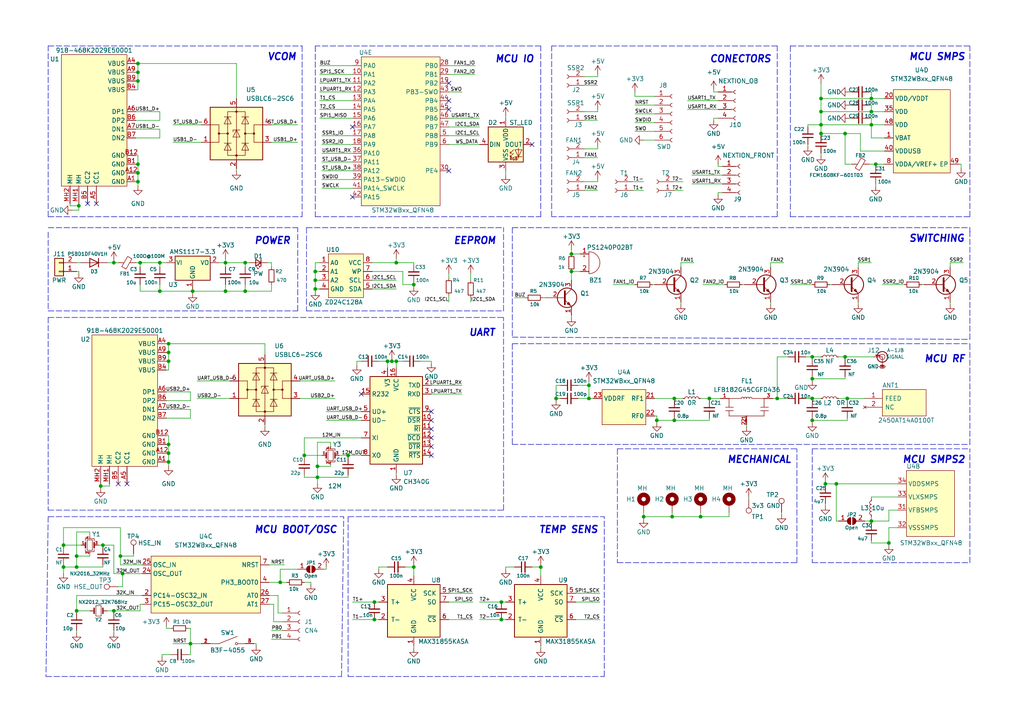
<source format=kicad_sch>
(kicad_sch (version 20211123) (generator eeschema)
  (paper "A4")
  (title_block (title "ReflowConrollerV2") (date "2022-04-21") (rev "2.0"))
  (junction (at 40.005 23.495))
  (junction (at 18.415 164.465))
  (junction (at 29.21 140.97))
  (junction (at 40.005 47.625))
  (junction (at 145.415 179.705))
  (junction (at 114.935 76.2))
  (junction (at 238.125 28.575))
  (junction (at 22.86 59.69))
  (junction (at 235.585 115.57))
  (junction (at 120.015 164.465))
  (junction (at 203.2 149.86))
  (junction (at 40.005 52.705))
  (junction (at 40.64 76.2))
  (junction (at 239.395 140.335))
  (junction (at 112.395 104.775))
  (junction (at 40.005 18.415))
  (junction (at 120.015 82.55))
  (junction (at 252.73 32.385))
  (junction (at 238.125 32.385))
  (junction (at 252.73 151.13))
  (junction (at 48.895 104.775))
  (junction (at 170.815 111.76))
  (junction (at 238.125 36.195))
  (junction (at 91.44 81.28))
  (junction (at 48.895 131.445))
  (junction (at 88.265 132.08))
  (junction (at 55.245 186.69))
  (junction (at 108.585 179.705))
  (junction (at 145.415 174.625))
  (junction (at 113.665 104.775))
  (junction (at 48.895 102.235))
  (junction (at 245.11 38.735))
  (junction (at 114.935 104.775))
  (junction (at 65.405 76.2))
  (junction (at 46.355 76.2))
  (junction (at 195.58 115.57))
  (junction (at 165.735 78.74))
  (junction (at 165.735 73.66))
  (junction (at 40.005 20.955))
  (junction (at 161.29 115.57))
  (junction (at 34.925 161.29))
  (junction (at 48.895 133.985))
  (junction (at 238.125 38.735))
  (junction (at 40.005 50.165))
  (junction (at 91.44 83.82))
  (junction (at 33.02 177.165))
  (junction (at 252.73 28.575))
  (junction (at 186.69 149.86))
  (junction (at 235.585 121.92))
  (junction (at 48.895 99.695))
  (junction (at 35.56 166.37))
  (junction (at 108.585 174.625))
  (junction (at 194.945 149.86))
  (junction (at 22.225 177.165))
  (junction (at 65.405 84.455))
  (junction (at 92.075 138.43))
  (junction (at 195.58 121.92))
  (junction (at 92.075 135.255))
  (junction (at 71.12 84.455))
  (junction (at 235.585 103.505))
  (junction (at 205.74 115.57))
  (junction (at 242.57 140.335))
  (junction (at 252.73 36.195))
  (junction (at 245.11 103.505))
  (junction (at 81.28 168.91))
  (junction (at 18.415 158.115))
  (junction (at 55.88 84.455))
  (junction (at 48.895 128.905))
  (junction (at 46.355 84.455))
  (junction (at 225.425 115.57))
  (junction (at 245.745 115.57))
  (junction (at 71.12 76.2))
  (junction (at 100.965 132.08))
  (junction (at 22.225 161.29))
  (junction (at 29.845 158.115))
  (junction (at 91.44 78.74))
  (junction (at 257.81 157.48))
  (junction (at 156.845 164.465))
  (junction (at 235.585 109.855))
  (junction (at 33.02 76.2))
  (junction (at 170.815 115.57))
  (junction (at 254 47.625))
  (junction (at 190.5 121.92))
  (junction (at 22.225 164.465))
  (no_connect (at 27.94 59.055))
  (no_connect (at 104.775 114.3))
  (no_connect (at 154.305 41.91))
  (no_connect (at 125.095 132.08))
  (no_connect (at 125.095 129.54))
  (no_connect (at 125.095 127))
  (no_connect (at 125.095 124.46))
  (no_connect (at 125.095 121.92))
  (no_connect (at 125.095 119.38))
  (no_connect (at 25.4 59.055))
  (no_connect (at 36.83 140.335))
  (no_connect (at 34.29 140.335))
  (no_connect (at 130.175 49.53))
  (no_connect (at 102.235 57.15))
  (no_connect (at 130.175 29.21))
  (no_connect (at 130.175 24.13))
  (no_connect (at 102.235 36.83))
  (no_connect (at 130.175 31.75))
  (wire (pts (xy 98.425 132.08) (xy 100.965 132.08)))
  (wire (pts (xy 29.21 140.97) (xy 29.21 141.605)))
  (wire (pts (xy 55.245 189.865) (xy 54.61 189.865)))
  (wire (pts (xy 205.74 121.92) (xy 205.74 121.285)))
  (wire (pts (xy 275.59 87.63) (xy 275.59 88.265)))
  (wire (pts (xy 33.02 177.165) (xy 40.64 177.165)))
  (wire (pts (xy 91.44 78.74) (xy 91.44 81.28)))
  (wire (pts (xy 38.735 161.29) (xy 34.925 161.29)))
  (polyline (pts (xy 87.63 13.335) (xy 87.63 62.865)))
  (wire (pts (xy 39.37 76.2) (xy 40.64 76.2)))
  (wire (pts (xy 203.835 82.55) (xy 210.185 82.55)))
  (wire (pts (xy 205.74 115.57) (xy 208.915 115.57)))
  (wire (pts (xy 79.375 175.26) (xy 79.375 180.34)))
  (wire (pts (xy 31.115 177.165) (xy 33.02 177.165)))
  (wire (pts (xy 165.735 91.44) (xy 165.735 92.075)))
  (wire (pts (xy 55.245 186.69) (xy 50.165 186.69)))
  (wire (pts (xy 234.315 36.83) (xy 234.315 36.195)))
  (wire (pts (xy 78.105 163.83) (xy 82.55 163.83)))
  (wire (pts (xy 93.345 44.45) (xy 102.235 44.45)))
  (wire (pts (xy 254 47.625) (xy 256.54 47.625)))
  (wire (pts (xy 91.44 83.82) (xy 92.71 83.82)))
  (wire (pts (xy 63.5 76.2) (xy 65.405 76.2)))
  (wire (pts (xy 248.92 87.63) (xy 248.92 88.265)))
  (wire (pts (xy 78.105 168.91) (xy 81.28 168.91)))
  (wire (pts (xy 93.345 54.61) (xy 102.235 54.61)))
  (wire (pts (xy 120.015 76.835) (xy 120.015 76.2)))
  (wire (pts (xy 257.81 153.035) (xy 260.35 153.035)))
  (wire (pts (xy 88.265 127) (xy 104.775 127)))
  (wire (pts (xy 18.415 158.75) (xy 18.415 158.115)))
  (wire (pts (xy 40.64 84.455) (xy 40.64 82.55)))
  (wire (pts (xy 102.235 174.625) (xy 108.585 174.625)))
  (wire (pts (xy 195.58 121.285) (xy 195.58 121.92)))
  (wire (pts (xy 48.895 128.905) (xy 48.895 131.445)))
  (wire (pts (xy 189.865 30.48) (xy 184.15 30.48)))
  (wire (pts (xy 186.69 148.59) (xy 186.69 149.86)))
  (polyline (pts (xy 13.97 67.31) (xy 13.97 90.17)))
  (wire (pts (xy 252.73 40.005) (xy 252.73 36.195)))
  (wire (pts (xy 48.26 107.315) (xy 48.895 107.315)))
  (polyline (pts (xy 225.425 13.335) (xy 160.02 13.335)))
  (wire (pts (xy 95.885 128.27) (xy 92.075 128.27)))
  (wire (pts (xy 18.415 164.465) (xy 22.225 164.465)))
  (wire (pts (xy 223.52 76.2) (xy 227.33 76.2)))
  (wire (pts (xy 205.74 115.57) (xy 205.74 116.205)))
  (wire (pts (xy 88.265 132.08) (xy 88.265 127)))
  (wire (pts (xy 91.44 81.28) (xy 91.44 83.82)))
  (wire (pts (xy 235.585 121.92) (xy 245.745 121.92)))
  (wire (pts (xy 102.235 179.705) (xy 108.585 179.705)))
  (wire (pts (xy 29.845 163.83) (xy 29.845 164.465)))
  (wire (pts (xy 40.64 175.26) (xy 40.64 177.165)))
  (wire (pts (xy 255.905 82.55) (xy 262.255 82.55)))
  (wire (pts (xy 38.735 160.655) (xy 38.735 161.29)))
  (wire (pts (xy 238.125 28.575) (xy 238.125 32.385)))
  (wire (pts (xy 18.415 163.83) (xy 18.415 164.465)))
  (wire (pts (xy 22.225 172.72) (xy 41.275 172.72)))
  (polyline (pts (xy 160.02 62.865) (xy 160.02 13.335)))
  (wire (pts (xy 145.415 174.625) (xy 146.685 174.625)))
  (wire (pts (xy 40.005 23.495) (xy 40.005 26.035)))
  (wire (pts (xy 55.245 121.285) (xy 55.245 118.745)))
  (wire (pts (xy 130.175 39.37) (xy 139.065 39.37)))
  (wire (pts (xy 235.585 109.22) (xy 235.585 109.855)))
  (wire (pts (xy 238.125 32.385) (xy 252.73 32.385)))
  (wire (pts (xy 71.12 77.47) (xy 71.12 76.2)))
  (wire (pts (xy 167.64 111.76) (xy 170.815 111.76)))
  (wire (pts (xy 100.965 132.08) (xy 104.775 132.08)))
  (wire (pts (xy 46.355 84.455) (xy 40.64 84.455)))
  (wire (pts (xy 130.175 85.725) (xy 130.175 87.63)))
  (wire (pts (xy 200.66 53.34) (xy 209.55 53.34)))
  (wire (pts (xy 65.405 76.2) (xy 65.405 77.47)))
  (wire (pts (xy 120.015 164.465) (xy 120.015 167.005)))
  (wire (pts (xy 242.57 140.335) (xy 242.57 151.13)))
  (polyline (pts (xy 100.965 196.215) (xy 175.26 196.215)))
  (wire (pts (xy 40.64 76.2) (xy 46.355 76.2)))
  (wire (pts (xy 95.885 129.54) (xy 95.885 128.27)))
  (wire (pts (xy 156.845 164.465) (xy 156.845 167.005)))
  (wire (pts (xy 55.88 84.455) (xy 55.88 85.09)))
  (wire (pts (xy 189.23 82.55) (xy 189.865 82.55)))
  (polyline (pts (xy 13.97 149.86) (xy 99.695 149.86)))
  (wire (pts (xy 92.71 76.2) (xy 91.44 76.2)))
  (polyline (pts (xy 148.59 62.865) (xy 156.845 62.865)))
  (wire (pts (xy 49.53 189.865) (xy 46.99 189.865)))
  (wire (pts (xy 100.965 132.08) (xy 100.965 132.715)))
  (wire (pts (xy 169.545 24.765) (xy 173.355 24.765)))
  (wire (pts (xy 208.28 55.88) (xy 209.55 55.88)))
  (wire (pts (xy 88.265 168.91) (xy 90.17 168.91)))
  (wire (pts (xy 78.105 172.72) (xy 80.645 172.72)))
  (wire (pts (xy 114.935 137.16) (xy 114.935 137.795)))
  (polyline (pts (xy 281.305 98.425) (xy 281.305 66.675)))
  (wire (pts (xy 93.345 46.99) (xy 102.235 46.99)))
  (wire (pts (xy 243.205 151.13) (xy 242.57 151.13)))
  (wire (pts (xy 167.005 172.085) (xy 173.99 172.085)))
  (wire (pts (xy 40.005 18.415) (xy 68.58 18.415)))
  (polyline (pts (xy 99.06 196.215) (xy 99.695 149.86)))
  (wire (pts (xy 92.71 26.67) (xy 102.235 26.67)))
  (wire (pts (xy 113.665 104.14) (xy 113.665 104.775)))
  (wire (pts (xy 31.115 76.2) (xy 33.02 76.2)))
  (wire (pts (xy 22.225 164.465) (xy 29.845 164.465)))
  (wire (pts (xy 91.44 81.28) (xy 92.71 81.28)))
  (wire (pts (xy 235.585 116.205) (xy 235.585 115.57)))
  (wire (pts (xy 207.01 26.67) (xy 208.28 26.67)))
  (wire (pts (xy 100.965 137.795) (xy 100.965 138.43)))
  (wire (pts (xy 167.005 179.705) (xy 173.99 179.705)))
  (wire (pts (xy 130.175 179.705) (xy 137.16 179.705)))
  (wire (pts (xy 120.015 82.55) (xy 120.015 81.915)))
  (wire (pts (xy 26.035 154.305) (xy 22.225 154.305)))
  (wire (pts (xy 130.175 172.085) (xy 137.16 172.085)))
  (wire (pts (xy 81.28 165.1) (xy 86.36 165.1)))
  (wire (pts (xy 257.81 157.48) (xy 257.81 153.035)))
  (wire (pts (xy 28.575 158.115) (xy 29.845 158.115)))
  (wire (pts (xy 252.095 30.48) (xy 252.73 30.48)))
  (wire (pts (xy 146.685 165.1) (xy 146.685 164.465)))
  (wire (pts (xy 29.845 158.115) (xy 33.02 158.115)))
  (wire (pts (xy 170.815 110.49) (xy 170.815 111.76)))
  (wire (pts (xy 20.32 59.69) (xy 20.32 59.055)))
  (wire (pts (xy 78.74 77.47) (xy 78.74 76.2)))
  (wire (pts (xy 109.855 164.465) (xy 112.395 164.465)))
  (wire (pts (xy 245.11 103.505) (xy 253.365 103.505)))
  (wire (pts (xy 94.615 119.38) (xy 104.775 119.38)))
  (wire (pts (xy 225.425 103.505) (xy 228.6 103.505)))
  (polyline (pts (xy 235.585 130.175) (xy 235.585 163.195)))
  (wire (pts (xy 80.645 172.72) (xy 80.645 177.8)))
  (wire (pts (xy 161.29 111.76) (xy 162.56 111.76)))
  (wire (pts (xy 55.245 182.245) (xy 55.245 186.69)))
  (wire (pts (xy 41.275 166.37) (xy 35.56 166.37)))
  (wire (pts (xy 243.205 115.57) (xy 245.745 115.57)))
  (wire (pts (xy 156.845 163.83) (xy 156.845 164.465)))
  (wire (pts (xy 167.005 174.625) (xy 173.99 174.625)))
  (wire (pts (xy 55.245 186.69) (xy 55.245 189.865)))
  (wire (pts (xy 31.75 140.335) (xy 31.75 140.97)))
  (wire (pts (xy 216.535 123.19) (xy 216.535 123.825)))
  (wire (pts (xy 208.28 56.515) (xy 208.28 55.88)))
  (wire (pts (xy 20.955 60.96) (xy 22.86 60.96)))
  (wire (pts (xy 183.515 55.245) (xy 186.69 55.245)))
  (wire (pts (xy 54.61 182.245) (xy 55.245 182.245)))
  (wire (pts (xy 107.95 83.82) (xy 114.935 83.82)))
  (wire (pts (xy 40.005 47.625) (xy 40.005 50.165)))
  (wire (pts (xy 29.845 158.115) (xy 29.845 158.75)))
  (wire (pts (xy 39.37 23.495) (xy 40.005 23.495)))
  (wire (pts (xy 184.15 27.94) (xy 189.865 27.94)))
  (wire (pts (xy 195.58 115.57) (xy 189.865 115.57)))
  (polyline (pts (xy 13.97 62.865) (xy 87.63 62.865)))
  (wire (pts (xy 278.765 47.625) (xy 278.765 48.895)))
  (polyline (pts (xy 146.05 147.955) (xy 146.05 92.075)))
  (wire (pts (xy 39.37 37.465) (xy 46.355 37.465)))
  (wire (pts (xy 46.99 189.865) (xy 46.99 190.5)))
  (wire (pts (xy 197.485 87.63) (xy 197.485 88.265)))
  (polyline (pts (xy 229.235 13.335) (xy 229.235 62.865)))
  (wire (pts (xy 190.5 122.555) (xy 190.5 121.92)))
  (wire (pts (xy 161.29 116.205) (xy 161.29 115.57)))
  (wire (pts (xy 246.38 26.67) (xy 247.015 26.67)))
  (wire (pts (xy 116.84 82.55) (xy 120.015 82.55)))
  (wire (pts (xy 165.735 78.74) (xy 168.275 78.74)))
  (wire (pts (xy 200.66 50.8) (xy 209.55 50.8)))
  (wire (pts (xy 260.35 140.335) (xy 242.57 140.335)))
  (wire (pts (xy 120.015 82.55) (xy 120.015 83.185)))
  (wire (pts (xy 78.105 175.26) (xy 79.375 175.26)))
  (wire (pts (xy 194.945 148.59) (xy 194.945 149.86)))
  (wire (pts (xy 245.11 38.735) (xy 238.125 38.735)))
  (wire (pts (xy 165.735 78.74) (xy 165.735 81.28)))
  (wire (pts (xy 225.425 115.57) (xy 228.6 115.57)))
  (wire (pts (xy 94.615 121.92) (xy 104.775 121.92)))
  (wire (pts (xy 238.125 36.195) (xy 252.73 36.195)))
  (wire (pts (xy 39.37 32.385) (xy 46.355 32.385)))
  (wire (pts (xy 165.735 73.66) (xy 168.275 73.66)))
  (wire (pts (xy 103.505 104.775) (xy 104.775 104.775)))
  (wire (pts (xy 93.345 41.91) (xy 102.235 41.91)))
  (wire (pts (xy 50.165 36.195) (xy 58.42 36.195)))
  (wire (pts (xy 108.585 179.705) (xy 109.855 179.705)))
  (wire (pts (xy 130.175 19.05) (xy 137.795 19.05)))
  (wire (pts (xy 252.73 28.575) (xy 256.54 28.575)))
  (wire (pts (xy 57.15 115.57) (xy 66.675 115.57)))
  (polyline (pts (xy 100.965 149.86) (xy 175.26 149.86)))
  (wire (pts (xy 239.395 139.7) (xy 239.395 140.335)))
  (wire (pts (xy 55.245 116.205) (xy 55.245 113.665)))
  (wire (pts (xy 275.59 77.47) (xy 275.59 76.2)))
  (wire (pts (xy 22.86 59.69) (xy 20.32 59.69)))
  (polyline (pts (xy 148.59 97.79) (xy 281.305 98.425)))
  (polyline (pts (xy 146.05 90.17) (xy 146.05 66.04)))
  (wire (pts (xy 238.125 24.13) (xy 238.125 28.575)))
  (wire (pts (xy 130.175 36.83) (xy 139.065 36.83)))
  (wire (pts (xy 233.68 115.57) (xy 235.585 115.57)))
  (wire (pts (xy 92.075 138.43) (xy 100.965 138.43)))
  (wire (pts (xy 26.035 155.575) (xy 26.035 154.305)))
  (wire (pts (xy 48.895 126.365) (xy 48.895 128.905)))
  (wire (pts (xy 113.665 104.775) (xy 114.935 104.775)))
  (wire (pts (xy 243.205 103.505) (xy 245.11 103.505)))
  (wire (pts (xy 252.73 34.29) (xy 252.73 36.195)))
  (wire (pts (xy 34.925 161.29) (xy 34.925 163.83)))
  (wire (pts (xy 252.73 36.195) (xy 256.54 36.195)))
  (wire (pts (xy 92.075 128.27) (xy 92.075 135.255)))
  (wire (pts (xy 39.37 34.925) (xy 46.355 34.925)))
  (wire (pts (xy 92.71 31.75) (xy 102.235 31.75)))
  (wire (pts (xy 55.88 84.455) (xy 46.355 84.455)))
  (wire (pts (xy 256.54 43.815) (xy 249.555 43.815)))
  (wire (pts (xy 208.28 48.26) (xy 209.55 48.26)))
  (wire (pts (xy 114.935 106.68) (xy 114.935 104.775)))
  (wire (pts (xy 252.73 30.48) (xy 252.73 32.385)))
  (wire (pts (xy 239.395 140.335) (xy 239.395 140.97)))
  (wire (pts (xy 207.01 34.925) (xy 207.01 34.29)))
  (wire (pts (xy 169.545 45.72) (xy 173.355 45.72)))
  (wire (pts (xy 78.74 84.455) (xy 71.12 84.455)))
  (wire (pts (xy 215.265 82.55) (xy 215.9 82.55)))
  (polyline (pts (xy 100.965 149.86) (xy 100.965 196.215)))
  (wire (pts (xy 238.125 36.195) (xy 238.125 38.735)))
  (wire (pts (xy 183.515 52.705) (xy 186.69 52.705)))
  (polyline (pts (xy 156.845 13.335) (xy 91.44 13.335)))
  (wire (pts (xy 57.15 110.49) (xy 66.675 110.49)))
  (wire (pts (xy 245.745 115.57) (xy 245.745 116.205)))
  (wire (pts (xy 107.95 76.2) (xy 114.935 76.2)))
  (wire (pts (xy 48.26 116.205) (xy 55.245 116.205)))
  (wire (pts (xy 80.645 177.8) (xy 81.915 177.8)))
  (wire (pts (xy 229.235 82.55) (xy 235.585 82.55)))
  (polyline (pts (xy 13.97 92.075) (xy 13.97 147.955)))
  (wire (pts (xy 39.37 18.415) (xy 40.005 18.415)))
  (wire (pts (xy 71.12 76.2) (xy 65.405 76.2)))
  (wire (pts (xy 252.73 151.13) (xy 252.73 149.86)))
  (wire (pts (xy 92.71 29.21) (xy 102.235 29.21)))
  (polyline (pts (xy 179.07 130.175) (xy 231.14 130.175)))
  (wire (pts (xy 139.065 34.29) (xy 130.175 34.29)))
  (wire (pts (xy 275.59 76.2) (xy 279.4 76.2)))
  (wire (pts (xy 46.355 76.2) (xy 48.26 76.2)))
  (wire (pts (xy 146.685 49.53) (xy 146.685 50.8)))
  (wire (pts (xy 156.845 164.465) (xy 154.305 164.465)))
  (wire (pts (xy 248.92 76.2) (xy 252.73 76.2)))
  (wire (pts (xy 195.58 116.205) (xy 195.58 115.57)))
  (wire (pts (xy 74.295 186.69) (xy 73.66 186.69)))
  (wire (pts (xy 112.395 104.775) (xy 112.395 106.68)))
  (polyline (pts (xy 231.14 163.195) (xy 231.14 130.175)))
  (wire (pts (xy 86.995 115.57) (xy 97.155 115.57)))
  (wire (pts (xy 199.39 31.75) (xy 208.28 31.75)))
  (wire (pts (xy 18.415 164.465) (xy 18.415 166.37)))
  (wire (pts (xy 121.92 104.775) (xy 125.095 104.775)))
  (wire (pts (xy 249.555 43.815) (xy 249.555 38.735)))
  (polyline (pts (xy 225.425 62.865) (xy 160.02 62.865)))
  (polyline (pts (xy 235.585 163.195) (xy 281.305 163.195)))
  (polyline (pts (xy 156.845 62.865) (xy 156.845 13.335)))
  (wire (pts (xy 169.545 32.385) (xy 173.355 32.385)))
  (wire (pts (xy 93.98 165.1) (xy 94.615 165.1)))
  (wire (pts (xy 167.64 115.57) (xy 170.815 115.57)))
  (wire (pts (xy 93.345 49.53) (xy 102.235 49.53)))
  (wire (pts (xy 114.935 76.2) (xy 120.015 76.2)))
  (wire (pts (xy 173.355 32.385) (xy 173.355 31.75)))
  (polyline (pts (xy 148.59 66.04) (xy 148.59 97.79)))
  (wire (pts (xy 252.095 47.625) (xy 254 47.625)))
  (wire (pts (xy 278.13 47.625) (xy 278.765 47.625)))
  (wire (pts (xy 81.28 168.91) (xy 81.28 165.1)))
  (wire (pts (xy 71.12 76.2) (xy 72.39 76.2)))
  (wire (pts (xy 40.005 50.165) (xy 40.005 52.705)))
  (wire (pts (xy 22.225 161.29) (xy 22.225 164.465)))
  (wire (pts (xy 48.26 118.745) (xy 55.245 118.745)))
  (wire (pts (xy 173.355 52.705) (xy 173.355 52.07)))
  (wire (pts (xy 235.585 109.855) (xy 235.585 110.49)))
  (wire (pts (xy 189.865 35.56) (xy 184.15 35.56)))
  (wire (pts (xy 39.37 45.085) (xy 40.005 45.085)))
  (wire (pts (xy 55.88 83.82) (xy 55.88 84.455)))
  (wire (pts (xy 195.58 121.92) (xy 205.74 121.92)))
  (wire (pts (xy 252.73 144.78) (xy 252.73 144.145)))
  (wire (pts (xy 107.95 78.74) (xy 116.84 78.74)))
  (wire (pts (xy 92.075 135.255) (xy 95.885 135.255)))
  (wire (pts (xy 22.225 78.74) (xy 22.86 78.74)))
  (wire (pts (xy 31.75 140.97) (xy 29.21 140.97)))
  (wire (pts (xy 170.815 111.76) (xy 170.815 115.57)))
  (wire (pts (xy 78.74 76.2) (xy 77.47 76.2)))
  (wire (pts (xy 40.005 53.975) (xy 40.005 52.705)))
  (wire (pts (xy 78.74 182.88) (xy 81.915 182.88)))
  (polyline (pts (xy 148.59 128.905) (xy 281.305 128.905)))
  (wire (pts (xy 250.825 151.13) (xy 252.73 151.13)))
  (wire (pts (xy 40.005 45.085) (xy 40.005 47.625)))
  (wire (pts (xy 39.37 40.005) (xy 46.355 40.005)))
  (wire (pts (xy 78.74 82.55) (xy 78.74 84.455)))
  (wire (pts (xy 68.58 18.415) (xy 68.58 28.575)))
  (wire (pts (xy 34.925 153.035) (xy 34.925 161.29)))
  (wire (pts (xy 189.865 38.1) (xy 184.15 38.1)))
  (wire (pts (xy 103.505 104.775) (xy 103.505 106.045)))
  (wire (pts (xy 55.88 84.455) (xy 65.405 84.455)))
  (wire (pts (xy 257.81 151.13) (xy 252.73 151.13)))
  (wire (pts (xy 22.86 60.96) (xy 22.86 59.69)))
  (wire (pts (xy 246.38 34.29) (xy 247.015 34.29)))
  (wire (pts (xy 22.225 161.29) (xy 26.035 161.29)))
  (polyline (pts (xy 281.305 62.865) (xy 281.305 13.335)))
  (wire (pts (xy 92.71 21.59) (xy 102.235 21.59)))
  (wire (pts (xy 34.29 170.18) (xy 35.56 170.18)))
  (wire (pts (xy 145.415 179.705) (xy 146.685 179.705)))
  (wire (pts (xy 48.26 102.235) (xy 48.895 102.235)))
  (wire (pts (xy 93.345 52.07) (xy 102.235 52.07)))
  (wire (pts (xy 78.74 41.275) (xy 86.36 41.275)))
  (wire (pts (xy 35.56 170.18) (xy 35.56 166.37)))
  (wire (pts (xy 245.11 103.505) (xy 245.11 104.14)))
  (wire (pts (xy 46.355 82.55) (xy 46.355 84.455)))
  (wire (pts (xy 48.26 113.665) (xy 55.245 113.665)))
  (wire (pts (xy 48.895 102.235) (xy 48.895 99.695)))
  (wire (pts (xy 108.585 174.625) (xy 109.855 174.625)))
  (wire (pts (xy 170.815 115.57) (xy 172.085 115.57)))
  (wire (pts (xy 190.5 121.92) (xy 195.58 121.92)))
  (wire (pts (xy 197.485 76.2) (xy 201.295 76.2)))
  (polyline (pts (xy 175.26 196.215) (xy 175.26 149.86)))
  (polyline (pts (xy 235.585 130.175) (xy 281.305 130.175)))
  (wire (pts (xy 245.745 115.57) (xy 250.825 115.57)))
  (wire (pts (xy 22.225 182.88) (xy 22.225 183.515)))
  (wire (pts (xy 207.01 34.29) (xy 208.28 34.29)))
  (wire (pts (xy 252.73 32.385) (xy 256.54 32.385)))
  (polyline (pts (xy 13.97 66.04) (xy 85.725 66.04)))
  (wire (pts (xy 107.95 81.28) (xy 114.935 81.28)))
  (wire (pts (xy 48.26 126.365) (xy 48.895 126.365)))
  (wire (pts (xy 256.54 40.005) (xy 252.73 40.005)))
  (wire (pts (xy 235.585 103.505) (xy 238.125 103.505)))
  (polyline (pts (xy 86.36 90.17) (xy 86.36 66.04)))
  (wire (pts (xy 235.585 103.505) (xy 235.585 104.14)))
  (wire (pts (xy 78.74 36.195) (xy 86.36 36.195)))
  (wire (pts (xy 234.315 41.91) (xy 234.315 42.545)))
  (wire (pts (xy 169.545 55.245) (xy 173.355 55.245)))
  (wire (pts (xy 203.2 148.59) (xy 203.2 149.86)))
  (wire (pts (xy 109.855 165.1) (xy 109.855 164.465)))
  (wire (pts (xy 22.225 76.2) (xy 23.495 76.2)))
  (wire (pts (xy 136.525 79.375) (xy 136.525 81.28)))
  (wire (pts (xy 252.095 34.29) (xy 252.73 34.29)))
  (wire (pts (xy 34.925 163.83) (xy 41.275 163.83)))
  (polyline (pts (xy 13.97 92.075) (xy 146.05 92.075)))
  (wire (pts (xy 33.02 76.2) (xy 34.29 76.2)))
  (wire (pts (xy 93.345 39.37) (xy 102.235 39.37)))
  (wire (pts (xy 88.265 132.08) (xy 93.345 132.08)))
  (wire (pts (xy 226.695 148.59) (xy 226.695 149.225)))
  (wire (pts (xy 18.415 158.115) (xy 23.495 158.115)))
  (polyline (pts (xy 86.36 66.04) (xy 85.725 66.04)))
  (wire (pts (xy 114.935 104.775) (xy 116.84 104.775)))
  (wire (pts (xy 235.585 115.57) (xy 238.125 115.57)))
  (wire (pts (xy 65.405 74.93) (xy 65.405 76.2)))
  (polyline (pts (xy 91.44 62.865) (xy 149.225 62.865)))
  (wire (pts (xy 39.37 47.625) (xy 40.005 47.625)))
  (wire (pts (xy 33.02 177.165) (xy 33.02 177.8)))
  (wire (pts (xy 238.125 38.735) (xy 238.125 39.37)))
  (wire (pts (xy 190.5 121.92) (xy 190.5 120.65)))
  (wire (pts (xy 149.225 86.36) (xy 152.4 86.36)))
  (wire (pts (xy 194.945 149.86) (xy 203.2 149.86)))
  (wire (pts (xy 197.485 77.47) (xy 197.485 76.2)))
  (wire (pts (xy 189.865 33.02) (xy 184.15 33.02)))
  (polyline (pts (xy 281.305 163.195) (xy 281.305 130.175)))
  (polyline (pts (xy 281.305 66.04) (xy 281.305 67.31)))
  (wire (pts (xy 224.155 115.57) (xy 225.425 115.57)))
  (wire (pts (xy 22.225 177.165) (xy 26.035 177.165)))
  (wire (pts (xy 22.225 177.165) (xy 22.225 177.8)))
  (wire (pts (xy 46.355 34.925) (xy 46.355 32.385)))
  (wire (pts (xy 88.265 138.43) (xy 92.075 138.43)))
  (wire (pts (xy 252.73 151.13) (xy 252.73 151.765)))
  (polyline (pts (xy 13.97 149.86) (xy 13.335 196.215)))
  (wire (pts (xy 248.92 77.47) (xy 248.92 76.2)))
  (wire (pts (xy 46.355 77.47) (xy 46.355 76.2)))
  (wire (pts (xy 88.265 137.795) (xy 88.265 138.43)))
  (wire (pts (xy 234.315 36.195) (xy 238.125 36.195)))
  (wire (pts (xy 252.73 156.845) (xy 252.73 157.48)))
  (wire (pts (xy 29.21 140.97) (xy 29.21 140.335)))
  (wire (pts (xy 48.26 181.61) (xy 48.26 182.245)))
  (wire (pts (xy 48.26 182.245) (xy 49.53 182.245)))
  (wire (pts (xy 40.005 20.955) (xy 40.005 23.495)))
  (wire (pts (xy 130.175 21.59) (xy 137.795 21.59)))
  (wire (pts (xy 239.395 146.05) (xy 239.395 146.685)))
  (wire (pts (xy 46.355 40.005) (xy 46.355 37.465)))
  (wire (pts (xy 48.26 128.905) (xy 48.895 128.905)))
  (wire (pts (xy 22.86 78.74) (xy 22.86 79.375)))
  (wire (pts (xy 207.01 26.035) (xy 207.01 26.67)))
  (wire (pts (xy 48.26 104.775) (xy 48.895 104.775)))
  (wire (pts (xy 68.58 48.895) (xy 68.58 49.53)))
  (polyline (pts (xy 229.235 62.865) (xy 281.305 62.865)))
  (wire (pts (xy 161.29 115.57) (xy 162.56 115.57)))
  (wire (pts (xy 114.935 76.2) (xy 114.935 74.93)))
  (wire (pts (xy 245.11 47.625) (xy 247.015 47.625)))
  (polyline (pts (xy 13.97 62.865) (xy 13.97 13.335)))
  (wire (pts (xy 223.52 77.47) (xy 223.52 76.2)))
  (wire (pts (xy 79.375 180.34) (xy 81.915 180.34)))
  (wire (pts (xy 22.225 154.305) (xy 22.225 161.29)))
  (wire (pts (xy 203.2 115.57) (xy 205.74 115.57)))
  (wire (pts (xy 120.015 187.325) (xy 120.015 187.96)))
  (wire (pts (xy 26.035 161.29) (xy 26.035 160.655)))
  (wire (pts (xy 92.71 34.29) (xy 102.235 34.29)))
  (polyline (pts (xy 88.9 66.04) (xy 146.05 66.04)))
  (wire (pts (xy 33.02 75.565) (xy 33.02 76.2)))
  (wire (pts (xy 195.58 55.245) (xy 198.12 55.245)))
  (polyline (pts (xy 91.44 13.335) (xy 91.44 62.865)))
  (wire (pts (xy 257.81 147.955) (xy 257.81 151.13)))
  (wire (pts (xy 78.74 185.42) (xy 81.915 185.42)))
  (polyline (pts (xy 148.59 99.695) (xy 281.305 99.695)))
  (wire (pts (xy 169.545 52.705) (xy 173.355 52.705)))
  (wire (pts (xy 58.42 186.69) (xy 55.245 186.69)))
  (wire (pts (xy 186.69 149.86) (xy 186.69 150.495)))
  (polyline (pts (xy 281.305 128.905) (xy 281.305 99.695)))
  (polyline (pts (xy 179.07 130.175) (xy 179.07 163.195)))
  (wire (pts (xy 92.075 135.255) (xy 92.075 138.43)))
  (wire (pts (xy 252.73 144.145) (xy 260.35 144.145)))
  (polyline (pts (xy 88.9 66.04) (xy 88.9 90.17)))
  (wire (pts (xy 48.895 135.255) (xy 48.895 133.985)))
  (wire (pts (xy 257.81 158.115) (xy 257.81 157.48)))
  (wire (pts (xy 199.39 29.21) (xy 208.28 29.21)))
  (wire (pts (xy 146.685 164.465) (xy 149.225 164.465)))
  (wire (pts (xy 120.015 163.83) (xy 120.015 164.465)))
  (wire (pts (xy 136.525 86.36) (xy 136.525 87.63)))
  (wire (pts (xy 40.005 20.955) (xy 40.005 18.415)))
  (wire (pts (xy 233.68 103.505) (xy 235.585 103.505)))
  (wire (pts (xy 260.35 147.955) (xy 257.81 147.955)))
  (wire (pts (xy 177.8 82.55) (xy 184.15 82.55)))
  (wire (pts (xy 48.26 131.445) (xy 48.895 131.445)))
  (wire (pts (xy 173.355 21.59) (xy 173.355 22.225)))
  (polyline (pts (xy 148.59 66.04) (xy 281.305 66.04)))
  (wire (pts (xy 156.845 187.325) (xy 156.845 187.96)))
  (wire (pts (xy 39.37 20.955) (xy 40.005 20.955)))
  (polyline (pts (xy 13.335 196.215) (xy 99.06 196.215)))
  (wire (pts (xy 139.065 179.705) (xy 145.415 179.705)))
  (wire (pts (xy 48.26 99.695) (xy 48.895 99.695)))
  (wire (pts (xy 203.2 149.86) (xy 211.455 149.86)))
  (wire (pts (xy 217.17 144.145) (xy 217.17 144.78)))
  (wire (pts (xy 161.29 115.57) (xy 161.29 111.76)))
  (wire (pts (xy 76.835 123.19) (xy 76.835 123.825)))
  (polyline (pts (xy 13.97 147.955) (xy 146.05 147.955)))
  (wire (pts (xy 169.545 43.18) (xy 173.355 43.18)))
  (wire (pts (xy 195.58 52.705) (xy 198.12 52.705)))
  (wire (pts (xy 169.545 22.225) (xy 173.355 22.225)))
  (wire (pts (xy 33.02 182.88) (xy 33.02 183.515)))
  (polyline (pts (xy 88.9 90.17) (xy 146.05 90.17)))
  (wire (pts (xy 76.835 99.695) (xy 76.835 102.87)))
  (wire (pts (xy 39.37 50.165) (xy 40.005 50.165)))
  (polyline (pts (xy 13.97 13.335) (xy 87.63 13.335)))
  (wire (pts (xy 22.225 177.165) (xy 22.225 172.72)))
  (wire (pts (xy 157.48 86.36) (xy 158.115 86.36)))
  (wire (pts (xy 91.44 76.2) (xy 91.44 78.74)))
  (wire (pts (xy 223.52 87.63) (xy 223.52 88.265)))
  (wire (pts (xy 130.175 79.375) (xy 130.175 80.645)))
  (wire (pts (xy 86.995 110.49) (xy 97.155 110.49)))
  (wire (pts (xy 33.02 166.37) (xy 33.02 158.115)))
  (wire (pts (xy 208.28 47.625) (xy 208.28 48.26)))
  (wire (pts (xy 238.125 32.385) (xy 238.125 36.195)))
  (wire (pts (xy 125.095 114.3) (xy 133.985 114.3)))
  (wire (pts (xy 240.665 82.55) (xy 241.3 82.55)))
  (wire (pts (xy 130.175 41.91) (xy 139.065 41.91)))
  (wire (pts (xy 48.895 107.315) (xy 48.895 104.775)))
  (wire (pts (xy 184.15 26.67) (xy 184.15 27.94)))
  (polyline (pts (xy 148.59 99.695) (xy 148.59 128.905)))
  (wire (pts (xy 94.615 165.1) (xy 94.615 164.465)))
  (wire (pts (xy 238.125 44.45) (xy 238.125 45.085)))
  (polyline (pts (xy 179.07 163.195) (xy 231.14 163.195)))
  (wire (pts (xy 112.395 104.775) (xy 113.665 104.775)))
  (wire (pts (xy 252.73 157.48) (xy 257.81 157.48)))
  (wire (pts (xy 48.895 104.775) (xy 48.895 102.235)))
  (wire (pts (xy 246.38 30.48) (xy 247.015 30.48)))
  (wire (pts (xy 39.37 26.035) (xy 40.005 26.035)))
  (wire (pts (xy 190.5 120.65) (xy 189.865 120.65)))
  (wire (pts (xy 50.165 41.275) (xy 58.42 41.275)))
  (wire (pts (xy 109.855 104.775) (xy 112.395 104.775)))
  (wire (pts (xy 120.015 164.465) (xy 117.475 164.465)))
  (wire (pts (xy 225.425 115.57) (xy 225.425 103.505)))
  (wire (pts (xy 65.405 84.455) (xy 71.12 84.455)))
  (wire (pts (xy 130.175 26.67) (xy 133.985 26.67)))
  (wire (pts (xy 48.895 133.985) (xy 48.26 133.985)))
  (wire (pts (xy 48.895 99.695) (xy 76.835 99.695)))
  (wire (pts (xy 92.71 19.05) (xy 102.235 19.05)))
  (wire (pts (xy 249.555 38.735) (xy 245.11 38.735)))
  (wire (pts (xy 252.095 26.67) (xy 252.73 26.67)))
  (wire (pts (xy 125.095 111.76) (xy 133.985 111.76)))
  (wire (pts (xy 88.265 132.715) (xy 88.265 132.08)))
  (polyline (pts (xy 225.425 62.865) (xy 225.425 13.335)))
  (wire (pts (xy 48.26 121.285) (xy 55.245 121.285)))
  (wire (pts (xy 186.69 149.86) (xy 194.945 149.86)))
  (wire (pts (xy 125.095 105.41) (xy 125.095 104.775)))
  (wire (pts (xy 169.545 34.925) (xy 173.355 34.925)))
  (wire (pts (xy 254 47.625) (xy 254 48.26)))
  (wire (pts (xy 245.11 109.855) (xy 245.11 109.22)))
  (wire (pts (xy 254 53.34) (xy 254 53.975)))
  (wire (pts (xy 146.685 33.655) (xy 146.685 34.29)))
  (wire (pts (xy 91.44 83.82) (xy 91.44 84.455)))
  (wire (pts (xy 48.895 131.445) (xy 48.895 133.985)))
  (wire (pts (xy 235.585 109.855) (xy 245.11 109.855)))
  (wire (pts (xy 65.405 84.455) (xy 65.405 82.55)))
  (wire (pts (xy 242.57 140.335) (xy 239.395 140.335)))
  (wire (pts (xy 74.295 187.325) (xy 74.295 186.69)))
  (wire (pts (xy 238.125 28.575) (xy 252.73 28.575)))
  (wire (pts (xy 90.17 168.91) (xy 90.17 169.545)))
  (wire (pts (xy 40.64 77.47) (xy 40.64 76.2)))
  (wire (pts (xy 92.71 24.13) (xy 102.235 24.13)))
  (wire (pts (xy 92.075 138.43) (xy 92.075 140.335)))
  (wire (pts (xy 235.585 121.92) (xy 235.585 122.555)))
  (wire (pts (xy 91.44 78.74) (xy 92.71 78.74)))
  (wire (pts (xy 211.455 149.86) (xy 211.455 148.59)))
  (wire (pts (xy 130.175 174.625) (xy 137.16 174.625)))
  (wire (pts (xy 81.28 168.91) (xy 83.185 168.91)))
  (wire (pts (xy 22.86 59.055) (xy 22.86 59.69)))
  (wire (pts (xy 267.335 82.55) (xy 267.97 82.55)))
  (polyline (pts (xy 229.235 13.335) (xy 281.305 13.335)))
  (wire (pts (xy 71.12 84.455) (xy 71.12 82.55)))
  (wire (pts (xy 41.275 175.26) (xy 40.64 175.26)))
  (wire (pts (xy 245.745 121.92) (xy 245.745 121.285)))
  (wire (pts (xy 195.58 115.57) (xy 198.12 115.57)))
  (wire (pts (xy 235.585 121.285) (xy 235.585 121.92)))
  (wire (pts (xy 95.885 135.255) (xy 95.885 134.62)))
  (wire (pts (xy 18.415 153.035) (xy 34.925 153.035)))
  (wire (pts (xy 173.355 43.18) (xy 173.355 42.545)))
  (wire (pts (xy 116.84 78.74) (xy 116.84 82.55)))
  (polyline (pts (xy 13.97 90.17) (xy 86.36 90.17)))
  (wire (pts (xy 165.735 72.39) (xy 165.735 73.66)))
  (wire (pts (xy 139.065 174.625) (xy 145.415 174.625)))
  (wire (pts (xy 252.73 26.67) (xy 252.73 28.575)))
  (wire (pts (xy 18.415 158.115) (xy 18.415 153.035)))
  (wire (pts (xy 35.56 166.37) (xy 33.02 166.37)))
  (wire (pts (xy 40.005 52.705) (xy 39.37 52.705)))
  (wire (pts (xy 245.11 38.735) (xy 245.11 47.625)))
  (wire (pts (xy 186.69 40.64) (xy 189.865 40.64)))
  (text "EEPROM" (at 131.445 71.12 0) (effects (font (size 2 2) (thickness 0.4) bold italic) (justify left bottom)))
  (text "MCU SMPS2" (at 261.62 134.62 0) (effects (font (size 2 2) (thickness 0.4) bold italic) (justify left bottom)))
  (text "MECHANICAL" (at 210.82 134.62 0) (effects (font (size 2 2) (thickness 0.4) bold italic) (justify left bottom)))
  (text "TEMP SENS" (at 156.21 154.94 0) (effects (font (size 2 2) (thickness 0.4) bold italic) (justify left bottom)))
  (text "SWITCHING" (at 263.525 70.485 0) (effects (font (size 2 2) (thickness 0.4) bold italic) (justify left bottom)))
  (text "MCU BOOT/OSC" (at 73.66 154.94 0) (effects (font (size 2 2) (thickness 0.4) bold italic) (justify left bottom)))
  (text "MCU IO\n" (at 143.51 18.415 0) (effects (font (size 2 2) (thickness 0.4) bold italic) (justify left bottom)))
  (text "UART" (at 135.89 97.79 0) (effects (font (size 2 2) (thickness 0.4) bold italic) (justify left bottom)))
  (text "CONECTORS" (at 205.74 18.415 0) (effects (font (size 2 2) (thickness 0.4) bold italic) (justify left bottom)))
  (text "MCU SMPS\n" (at 263.525 17.78 0) (effects (font (size 2 2) (thickness 0.4) bold italic) (justify left bottom)))
  (text "VCOM" (at 77.47 17.78 0) (effects (font (size 2 2) (thickness 0.4) bold italic) (justify left bottom)))
  (text "MCU RF\n" (at 267.97 105.41 0) (effects (font (size 2 2) (thickness 0.4) bold italic) (justify left bottom)))
  (text "POWER" (at 73.66 71.12 0) (effects (font (size 2 2) (thickness 0.4) bold italic) (justify left bottom)))
  (label "T1-" (at 186.69 52.705 180) (effects (font (size 1 1))))
  (label "SWCLK" (at 93.345 54.61 0) (effects (font (size 1 1))))
  (label "FAN1" (at 201.295 76.2 180) (effects (font (size 1 1))))
  (label "FAN2_IO" (at 203.835 82.55 0) (effects (font (size 1 1))))
  (label "USB2_D-" (at 57.15 115.57 0) (effects (font (size 1 1))))
  (label "T1-" (at 102.235 179.705 0) (effects (font (size 1 1))))
  (label "I2C1_SCL" (at 114.935 81.28 180) (effects (font (size 1 1))))
  (label "UART_USB_D-" (at 57.15 110.49 0) (effects (font (size 1 1))))
  (label "SWO" (at 133.985 26.67 180) (effects (font (size 1 1))))
  (label "SSR2_IO" (at 93.345 41.91 0) (effects (font (size 1 1))))
  (label "UART_USB_D+" (at 94.615 119.38 0) (effects (font (size 1 1))))
  (label "BUZ" (at 92.71 19.05 0) (effects (font (size 1 1))))
  (label "SSR1" (at 173.355 34.925 180) (effects (font (size 1 1))))
  (label "SWCLK" (at 184.15 33.02 0) (effects (font (size 1 1))))
  (label "SSR2_IO" (at 255.905 82.55 0) (effects (font (size 1 1))))
  (label "USB2_D+" (at 97.155 115.57 180) (effects (font (size 1 1))))
  (label "32M_IN" (at 35.56 163.83 0) (effects (font (size 1 1))))
  (label "SPI1_SCK" (at 92.71 21.59 0) (effects (font (size 1 1))))
  (label "USART1_TX" (at 139.065 34.29 180) (effects (font (size 1 1))))
  (label "FAN1" (at 173.355 45.72 180) (effects (font (size 1 1))))
  (label "BUZ" (at 149.225 86.36 0) (effects (font (size 1 1))))
  (label "ST_USB_D+" (at 93.345 49.53 0) (effects (font (size 1 1))))
  (label "SSR2" (at 173.355 24.765 180) (effects (font (size 1 1))))
  (label "ST_USB_D-" (at 93.345 46.99 0) (effects (font (size 1 1))))
  (label "PB0" (at 78.74 182.88 0) (effects (font (size 1 1))))
  (label "SSR1_IO" (at 93.345 39.37 0) (effects (font (size 1 1))))
  (label "32K_OUT" (at 33.655 177.165 0) (effects (font (size 1 1))))
  (label "WS_DATA" (at 132.08 41.91 0) (effects (font (size 1 1))))
  (label "USB1_D+" (at 46.355 32.385 180) (effects (font (size 1 1))))
  (label "USB2_D-" (at 55.245 118.745 180) (effects (font (size 1 1))))
  (label "SSR2" (at 279.4 76.2 180) (effects (font (size 1 1))))
  (label "ST_USB_D+" (at 86.36 36.195 180) (effects (font (size 1 1))))
  (label "I2C1_SDA" (at 136.525 87.63 0) (effects (font (size 1 1))))
  (label "USART1_RX" (at 200.66 53.34 0) (effects (font (size 1 1))))
  (label "USB1_D+" (at 86.36 41.275 180) (effects (font (size 1 1))))
  (label "SPI1_SCK" (at 173.99 172.085 180) (effects (font (size 1 1))))
  (label "LPUART1_RX" (at 92.71 26.67 0) (effects (font (size 1 1))))
  (label "SPI1_MISO" (at 92.71 34.29 0) (effects (font (size 1 1))))
  (label "I2C1_SCL" (at 130.175 87.63 180) (effects (font (size 1 1))))
  (label "USART1_TX" (at 200.66 50.8 0) (effects (font (size 1 1))))
  (label "USART1_RX" (at 199.39 31.75 0) (effects (font (size 1 1))))
  (label "LPUART1_RX" (at 133.985 111.76 180) (effects (font (size 1 1))))
  (label "SSR1" (at 252.73 76.2 180) (effects (font (size 1 1))))
  (label "FAN1_IO" (at 177.8 82.55 0) (effects (font (size 1 1))))
  (label "USART1_RX" (at 93.345 44.45 0) (effects (font (size 1 1))))
  (label "12M_IN" (at 93.345 127 0) (effects (font (size 1 1))))
  (label "NRST" (at 184.15 30.48 0) (effects (font (size 1 1))))
  (label "T2_CS" (at 173.99 179.705 180) (effects (font (size 1 1))))
  (label "FAN1_IO" (at 137.795 19.05 180) (effects (font (size 1 1))))
  (label "T2_CS" (at 92.71 31.75 0) (effects (font (size 1 1))))
  (label "SWDIO" (at 93.345 52.07 0) (effects (font (size 1 1))))
  (label "T1_CS" (at 92.71 29.21 0) (effects (font (size 1 1))))
  (label "FAN2" (at 227.33 76.2 180) (effects (font (size 1 1))))
  (label "T1+" (at 102.235 174.625 0) (effects (font (size 1 1))))
  (label "SWO" (at 184.15 38.1 0) (effects (font (size 1 1))))
  (label "USB1_D-" (at 50.165 41.275 0) (effects (font (size 1 1))))
  (label "SWDIO" (at 184.15 35.56 0) (effects (font (size 1 1))))
  (label "32M_OUT" (at 33.655 166.37 0) (effects (font (size 1 1))))
  (label "USART1_TX" (at 199.39 29.21 0) (effects (font (size 1 1))))
  (label "T1_CS" (at 137.16 179.705 180) (effects (font (size 1 1))))
  (label "SSR1_IO" (at 229.235 82.55 0) (effects (font (size 1 1))))
  (label "T2+" (at 198.12 55.245 180) (effects (font (size 1 1))))
  (label "SPI_SO" (at 173.99 174.625 180) (effects (font (size 1 1))))
  (label "I2C1_SCL" (at 139.065 39.37 180) (effects (font (size 1 1))))
  (label "UART_USB_D-" (at 94.615 121.92 0) (effects (font (size 1 1))))
  (label "UART_USB_D+" (at 97.155 110.49 180) (effects (font (size 1 1))))
  (label "FAN2" (at 173.355 55.245 180) (effects (font (size 1 1))))
  (label "SPI_SO" (at 137.16 174.625 180) (effects (font (size 1 1))))
  (label "12M_OUT" (at 99.06 132.08 0) (effects (font (size 1 1))))
  (label "FAN2_IO" (at 137.795 21.59 180) (effects (font (size 1 1))))
  (label "T2-" (at 198.12 52.705 180) (effects (font (size 1 1))))
  (label "I2C1_SDA" (at 114.935 83.82 180) (effects (font (size 1 1))))
  (label "LPUART1_TX" (at 133.985 114.3 180) (effects (font (size 1 1))))
  (label "PB1" (at 78.74 185.42 0) (effects (font (size 1 1))))
  (label "T2-" (at 139.065 179.705 0) (effects (font (size 1 1))))
  (label "SPI1_SCK" (at 137.16 172.085 180) (effects (font (size 1 1))))
  (label "T1+" (at 186.69 55.245 180) (effects (font (size 1 1))))
  (label "I2C1_SDA" (at 139.065 36.83 180) (effects (font (size 1 1))))
  (label "T2+" (at 139.065 174.625 0) (effects (font (size 1 1))))
  (label "LPUART1_TX" (at 92.71 24.13 0) (effects (font (size 1 1))))
  (label "USB1_D-" (at 46.355 37.465 180) (effects (font (size 1 1))))
  (label "USB2_D+" (at 55.245 113.665 180) (effects (font (size 1 1))))
  (label "32K_IN" (at 33.655 172.72 0) (effects (font (size 1 1))))
  (label "ST_USB_D-" (at 50.165 36.195 0) (effects (font (size 1 1))))
  (label "NRST" (at 50.165 186.69 0) (effects (font (size 1 1))))
  (label "NRST" (at 82.55 163.83 180) (effects (font (size 1 1))))
  (symbol (lib_id "Transistor_BJT:2N3904") (at 220.98 82.55 0) (unit 1)
    (property "Reference" "Q3" (at 226.06 81.2799 0) (effects (justify left)))
    (property "Value" "2N3904" (at 213.995 78.105 0) (effects (justify left)))
    (property "Footprint" "Package_TO_SOT_THT:TO-92_Inline" (effects hide))
    (property "Datasheet" "https://www.onsemi.com/pub/Collateral/2N3903-D.PDF" (effects hide))
  )
  (symbol (lib_id "power:GND") (at 91.44 84.455 0) (unit 1)
    (property "Reference" "#PWR070" (effects hide))
    (property "Value" "GND" (at 91.44 88.265 0))
  )
  (symbol (lib_id "Device:C_Small") (at 100.965 135.255 0) (unit 1)
    (property "Reference" "C11" (at 99.06 133.35 0) (effects (font (size 1 1))))
    (property "Value" "22p" (at 98.425 137.16 0) (effects (font (size 1 1))))
    (property "Footprint" "Capacitor_SMD:C_0402_1005Metric" (effects hide))
  )
  (symbol (lib_id "power:GND") (at 246.38 30.48 270) (unit 1)
    (property "Reference" "#PWR062" (effects hide))
    (property "Value" "GND" (at 241.935 30.48 90))
  )
  (symbol (lib_id "Device:C_Small") (at 245.745 118.745 180) (unit 1)
    (property "Reference" "C32" (at 247.65 116.84 0) (effects (font (size 1 1))))
    (property "Value" "NF" (at 247.65 120.65 0) (effects (font (size 1 1))))
    (property "Footprint" "Capacitor_SMD:C_0402_1005Metric" (effects hide))
  )
  (symbol (lib_id "Power_Protection:USBLC6-2SC6") (at 76.835 113.03 0) (unit 1)
    (property "Reference" "U6" (at 79.6037 100.33 0) (effects (justify left)))
    (property "Value" "USBLC6-2SC6" (at 79.6037 102.87 0) (effects (justify left)))
    (property "Footprint" "Package_TO_SOT_SMD:SOT-23-6" (effects hide))
    (property "Datasheet" "https://www.st.com/resource/en/datasheet/usblc6-2.pdf" (effects hide))
  )
  (symbol (lib_id "rfcV2:ZD24C128A") (at 100.33 78.74 0) (unit 1)
    (property "Reference" "U10" (at 96.52 72.39 0))
    (property "Value" "ZD24C128A" (at 99.695 87.63 0))
    (property "Footprint" "Package_SO:SOP-8_3.9x4.9mm_P1.27mm" (effects hide))
  )
  (symbol (lib_id "Connector:Conn_01x02_Female") (at 164.465 34.925 180) (unit 1)
    (property "Reference" "J3" (at 168.91 36.195 0) (effects (justify left)))
    (property "Value" "SSR1" (at 169.545 29.845 0) (effects (justify left)))
    (property "Footprint" "Connector_JST:JST_XH_B2B-XH-A_1x02_P2.50mm_Vertical" (effects hide))
  )
  (symbol (lib_id "Device:R_Small") (at 165.735 76.2 180) (unit 1)
    (property "Reference" "R6" (at 161.925 74.93 0) (effects (font (size 1 1)) (justify right)))
    (property "Value" "1k" (at 161.925 77.47 0) (effects (font (size 1 1)) (justify right)))
    (property "Footprint" "Resistor_SMD:R_0603_1608Metric" (effects hide))
  )
  (symbol (lib_id "Device:C_Small") (at 145.415 177.165 180) (unit 1)
    (property "Reference" "C16" (at 142.875 175.895 0) (effects (font (size 1 1))))
    (property "Value" "10n" (at 143.51 178.435 0) (effects (font (size 1 1))))
    (property "Footprint" "Capacitor_SMD:C_0805_2012Metric" (effects hide))
  )
  (symbol (lib_id "power:GND") (at 165.735 92.075 0) (unit 1)
    (property "Reference" "#PWR035" (effects hide))
    (property "Value" "GND" (at 165.735 95.885 0))
  )
  (symbol (lib_id "power:GND") (at 29.21 141.605 0) (unit 1)
    (property "Reference" "#PWR04" (effects hide))
    (property "Value" "GND" (at 29.21 145.415 0))
  )
  (symbol (lib_id "Device:L_Small") (at 240.665 115.57 90) (unit 1)
    (property "Reference" "L2" (at 240.03 116.84 90))
    (property "Value" "0R" (at 243.84 116.84 90))
    (property "Footprint" "Inductor_SMD:L_0402_1005Metric" (effects hide))
  )
  (symbol (lib_id "power:GND") (at 161.29 116.205 0) (unit 1)
    (property "Reference" "#PWR036" (effects hide))
    (property "Value" "GND" (at 161.29 120.015 0))
  )
  (symbol (lib_id "power:+3.3V") (at 217.17 144.145 0) (unit 1)
    (property "Reference" "#PWR051" (effects hide))
    (property "Value" "+3.3V" (at 217.17 140.335 0))
  )
  (symbol (lib_id "power:GND") (at 18.415 166.37 0) (unit 1)
    (property "Reference" "#PWR02" (effects hide))
    (property "Value" "GND" (at 18.415 170.18 0))
  )
  (symbol (lib_id "power:GND") (at 20.955 60.96 270) (unit 1)
    (property "Reference" "#PWR03" (effects hide))
    (property "Value" "GND" (at 16.51 60.96 90))
  )
  (symbol (lib_id "Connector:Conn_01x04_Female") (at 86.995 180.34 0) (unit 1)
    (property "Reference" "J1" (at 88.265 180.3399 0) (effects (justify left)))
    (property "Value" "CN4" (at 88.265 182.8799 0) (effects (justify left)))
    (property "Footprint" "Connector_PinHeader_2.54mm:PinHeader_1x04_P2.54mm_Vertical" (effects hide))
  )
  (symbol (lib_id "Device:C_Small") (at 238.125 41.91 180) (unit 1)
    (property "Reference" "C23" (at 239.395 40.005 0) (effects (font (size 1 1))))
    (property "Value" "100n" (at 240.665 43.815 0) (effects (font (size 1 1))))
    (property "Footprint" "Capacitor_SMD:C_0402_1005Metric" (effects hide))
  )
  (symbol (lib_id "Diode:1N4007") (at 27.305 76.2 180) (unit 1)
    (property "Reference" "D3" (at 27.305 78.74 0) (effects (font (size 1 1))))
    (property "Value" "PSBD1DF40V1H" (at 25.4 73.66 0) (effects (font (size 1 1))))
    (property "Footprint" "Diode_SMD:D_SOD-123F" (effects hide))
    (property "Datasheet" "http://www.vishay.com/docs/88503/1n4001.pdf" (effects hide))
  )
  (symbol (lib_id "Device:C_Small") (at 119.38 104.775 90) (unit 1)
    (property "Reference" "C14" (at 116.84 103.505 90) (effects (font (size 1 1))))
    (property "Value" "100n" (at 122.555 103.505 90) (effects (font (size 1 1))))
    (property "Footprint" "Capacitor_SMD:C_0603_1608Metric" (effects hide))
  )
  (symbol (lib_id "Device:R_Small") (at 52.07 182.245 90) (unit 1)
    (property "Reference" "R1" (at 50.165 180.34 90) (effects (font (size 1 1)) (justify right)))
    (property "Value" "10k" (at 52.705 180.34 90) (effects (font (size 1 1)) (justify right)))
    (property "Footprint" "Resistor_SMD:R_0603_1608Metric" (effects hide))
  )
  (symbol (lib_id "Interface_USB:CH340G") (at 114.935 121.92 0) (unit 1)
    (property "Reference" "U7" (at 116.9544 137.16 0) (effects (justify left)))
    (property "Value" "CH340G" (at 116.9544 139.7 0) (effects (justify left)))
    (property "Footprint" "Package_SO:SOIC-16_3.9x9.9mm_P1.27mm" (effects hide))
    (property "Datasheet" "http://www.datasheet5.com/pdf-local-2195953" (effects hide))
  )
  (symbol (lib_id "Device:LED_Small") (at 74.93 76.2 180) (unit 1)
    (property "Reference" "D1" (at 74.93 74.295 0))
    (property "Value" "PW" (at 74.93 79.375 0))
    (property "Footprint" "LED_SMD:LED_0603_1608Metric" (effects hide))
  )
  (symbol (lib_id "Connector:TestPoint") (at 38.735 160.655 0) (unit 1)
    (property "Reference" "TP4" (at 36.83 155.575 0) (effects (justify left)))
    (property "Value" "HSE_IN" (at 40.005 157.48 0) (effects (justify left)))
    (property "Footprint" "TestPoint:TestPoint_Pad_D1.0mm" (effects hide))
  )
  (symbol (lib_id "power:GND") (at 120.015 187.96 0) (unit 1)
    (property "Reference" "#PWR029" (effects hide))
    (property "Value" "GND" (at 120.015 191.77 0))
  )
  (symbol (lib_id "power:GND") (at 246.38 26.67 270) (unit 1)
    (property "Reference" "#PWR061" (effects hide))
    (property "Value" "GND" (at 241.935 26.67 90))
  )
  (symbol (lib_id "power:+5V") (at 33.02 75.565 0) (unit 1)
    (property "Reference" "#PWR01" (effects hide))
    (property "Value" "+5V" (at 33.02 71.755 0))
  )
  (symbol (lib_id "power:+5V") (at 173.355 42.545 0) (unit 1)
    (property "Reference" "#PWR040" (effects hide))
    (property "Value" "+5V" (at 173.355 38.735 0))
  )
  (symbol (lib_id "power:GND") (at 239.395 146.685 0) (unit 1)
    (property "Reference" "#PWR059" (effects hide))
    (property "Value" "GND" (at 239.395 150.495 0))
  )
  (symbol (lib_id "power:+3.3V") (at 94.615 164.465 0) (unit 1)
    (property "Reference" "#PWR023" (effects hide))
    (property "Value" "+3.3V" (at 94.615 160.655 0))
  )
  (symbol (lib_id "rfcV2:STM32WBxx_QFN48") (at 267.97 37.465 0) (unit 4)
    (property "Reference" "U4" (at 267.335 20.32 0))
    (property "Value" "STM32WBxx_QFN48" (at 267.335 22.86 0))
    (property "Footprint" "footprints:QFN50P700X700X60-49N" (effects hide))
  )
  (symbol (lib_id "Connector:Conn_01x02_Female") (at 164.465 55.245 180) (unit 1)
    (property "Reference" "J5" (at 168.275 56.515 0) (effects (justify left)))
    (property "Value" "FAN2" (at 168.91 50.165 0) (effects (justify left)))
    (property "Footprint" "Connector_JST:JST_XH_B2B-XH-A_1x02_P2.50mm_Vertical" (effects hide))
  )
  (symbol (lib_id "power:GND") (at 125.095 105.41 0) (unit 1)
    (property "Reference" "#PWR027" (effects hide))
    (property "Value" "GND" (at 125.095 109.22 0))
  )
  (symbol (lib_id "Device:C_Small") (at 165.1 115.57 90) (unit 1)
    (property "Reference" "C19" (at 162.56 114.3 90) (effects (font (size 1 1))))
    (property "Value" "100p" (at 168.275 114.3 90) (effects (font (size 1 1))))
    (property "Footprint" "Capacitor_SMD:C_0402_1005Metric" (effects hide))
  )
  (symbol (lib_id "power:+3.3V") (at 113.665 104.14 0) (unit 1)
    (property "Reference" "#PWR024" (effects hide))
    (property "Value" "+3.3V" (at 113.665 100.33 0))
  )
  (symbol (lib_id "power:GND") (at 278.765 48.895 0) (unit 1)
    (property "Reference" "#PWR068" (effects hide))
    (property "Value" "GND" (at 278.765 52.705 0))
  )
  (symbol (lib_id "power:GND") (at 226.695 149.225 0) (unit 1)
    (property "Reference" "#PWR054" (effects hide))
    (property "Value" "GND" (at 226.695 153.035 0))
  )
  (symbol (lib_id "Device:C_Small") (at 165.1 111.76 90) (unit 1)
    (property "Reference" "C18" (at 162.56 110.49 90) (effects (font (size 1 1))))
    (property "Value" "100n" (at 168.275 110.49 90) (effects (font (size 1 1))))
    (property "Footprint" "Capacitor_SMD:C_0402_1005Metric" (effects hide))
  )
  (symbol (lib_id "power:GND") (at 90.17 169.545 0) (unit 1)
    (property "Reference" "#PWR021" (effects hide))
    (property "Value" "GND" (at 90.17 173.355 0))
  )
  (symbol (lib_id "power:+3.3V") (at 184.15 26.67 0) (unit 1)
    (property "Reference" "#PWR043" (effects hide))
    (property "Value" "+3.3V" (at 184.15 22.86 0))
  )
  (symbol (lib_id "Device:R_Small") (at 85.725 168.91 90) (unit 1)
    (property "Reference" "R3" (at 84.455 167.005 90) (effects (font (size 1 1)) (justify right)))
    (property "Value" "10k" (at 83.82 170.815 90) (effects (font (size 1 1)) (justify right)))
    (property "Footprint" "Resistor_SMD:R_0402_1005Metric" (effects hide))
  )
  (symbol (lib_id "power:GND") (at 146.685 165.1 0) (unit 1)
    (property "Reference" "#PWR031" (effects hide))
    (property "Value" "GND" (at 146.685 168.91 0))
  )
  (symbol (lib_id "power:+5V") (at 173.355 31.75 0) (unit 1)
    (property "Reference" "#PWR038" (effects hide))
    (property "Value" "+5V" (at 173.355 27.94 0))
  )
  (symbol (lib_id "Connector:Conn_01x04_Female") (at 213.36 29.21 0) (unit 1)
    (property "Reference" "J10" (at 211.455 36.195 0) (effects (justify left)))
    (property "Value" "NEXTION_OB" (at 208.28 23.495 0) (effects (justify left)))
    (property "Footprint" "Connector_JST:JST_XH_S4B-XH-A-1_1x04_P2.50mm_Horizontal" (effects hide))
  )
  (symbol (lib_id "power:GND") (at 186.69 40.64 270) (unit 1)
    (property "Reference" "#PWR044" (effects hide))
    (property "Value" "GND" (at 181.61 40.64 90))
  )
  (symbol (lib_id "power:GND") (at 235.585 122.555 0) (unit 1)
    (property "Reference" "#PWR060" (effects hide))
    (property "Value" "GND" (at 235.585 126.365 0))
  )
  (symbol (lib_id "power:GND") (at 33.02 183.515 0) (unit 1)
    (property "Reference" "#PWR06" (effects hide))
    (property "Value" "GND" (at 33.02 187.325 0))
  )
  (symbol (lib_id "Connector:Conn_01x06_Female") (at 194.945 33.02 0) (unit 1)
    (property "Reference" "J8" (at 191.135 24.765 0) (effects (justify left)))
    (property "Value" "SWD" (at 190.5 42.545 0) (effects (justify left)))
    (property "Footprint" "Connector_JST:JST_XH_B6B-XH-A_1x06_P2.50mm_Vertical" (effects hide))
  )
  (symbol (lib_id "power:+3.3V") (at 65.405 74.93 0) (unit 1)
    (property "Reference" "#PWR014" (effects hide))
    (property "Value" "+3.3V" (at 65.405 71.12 0))
  )
  (symbol (lib_id "LED:WS2812B") (at 146.685 41.91 0) (unit 1)
    (property "Reference" "D2" (at 142.875 35.56 0))
    (property "Value" "ST_LED" (at 151.13 35.56 0))
    (property "Footprint" "LED_SMD:LED_WS2812B_PLCC4_5.0x5.0mm_P3.2mm" (effects hide))
    (property "Datasheet" "https://cdn-shop.adafruit.com/datasheets/WS2812B.pdf" (effects hide))
  )
  (symbol (lib_id "Device:C_Small") (at 195.58 118.745 180) (unit 1)
    (property "Reference" "C20" (at 196.85 116.84 0) (effects (font (size 1 1))))
    (property "Value" "0.8p" (at 198.12 120.65 0) (effects (font (size 1 1))))
    (property "Footprint" "Capacitor_SMD:C_0402_1005Metric" (effects hide))
  )
  (symbol (lib_id "power:GND") (at 248.92 88.265 0) (unit 1)
    (property "Reference" "#PWR064" (effects hide))
    (property "Value" "GND" (at 248.92 92.075 0))
  )
  (symbol (lib_id "power:GND") (at 216.535 123.825 0) (unit 1)
    (property "Reference" "#PWR053" (effects hide))
    (property "Value" "GND" (at 216.535 127.635 0))
  )
  (symbol (lib_id "TYPC:918-468K2029E50001") (at 27.94 36.195 0) (unit 1)
    (property "Reference" "U1" (at 15.875 17.145 0))
    (property "Value" "918-468K2029E50001" (at 27.305 14.605 0))
    (property "Footprint" "footprints:918-468K2029E50001" (effects hide))
  )
  (symbol (lib_id "Device:C_Small") (at 71.12 80.01 0) (mirror x) (unit 1)
    (property "Reference" "C9" (at 73.025 78.105 0) (effects (font (size 1 1))))
    (property "Value" "10u" (at 73.66 81.915 0) (effects (font (size 1 1))))
    (property "Footprint" "Capacitor_SMD:C_0603_1608Metric" (effects hide))
  )
  (symbol (lib_id "Transistor_BJT:2N3904") (at 273.05 82.55 0) (unit 1)
    (property "Reference" "Q5" (at 278.13 81.2799 0) (effects (justify left)))
    (property "Value" "2N3904" (at 264.795 78.74 0) (effects (justify left)))
    (property "Footprint" "Package_TO_SOT_THT:TO-92_Inline" (effects hide))
    (property "Datasheet" "https://www.onsemi.com/pub/Collateral/2N3903-D.PDF" (effects hide))
  )
  (symbol (lib_id "Device:C_Small") (at 231.14 115.57 90) (unit 1)
    (property "Reference" "C24" (at 228.6 114.935 90) (effects (font (size 1 1))))
    (property "Value" "10n" (at 233.68 114.935 90) (effects (font (size 1 1))))
    (property "Footprint" "Capacitor_SMD:C_0402_1005Metric" (effects hide))
  )
  (symbol (lib_id "power:GND") (at 22.86 79.375 0) (unit 1)
    (property "Reference" "#PWR0101" (effects hide))
    (property "Value" "GND" (at 22.86 83.185 0))
  )
  (symbol (lib_id "power:GND") (at 235.585 110.49 0) (unit 1)
    (property "Reference" "#PWR08" (effects hide))
    (property "Value" "GND" (at 232.41 112.395 0))
  )
  (symbol (lib_id "Transistor_BJT:2N3904") (at 194.945 82.55 0) (unit 1)
    (property "Reference" "Q2" (at 200.025 81.2799 0) (effects (justify left)))
    (property "Value" "2N3904" (at 187.96 78.74 0) (effects (justify left)))
    (property "Footprint" "Package_TO_SOT_THT:TO-92_Inline" (effects hide))
    (property "Datasheet" "https://www.onsemi.com/pub/Collateral/2N3903-D.PDF" (effects hide))
  )
  (symbol (lib_id "Connector:TestPoint") (at 226.695 148.59 0) (unit 1)
    (property "Reference" "TP2" (at 222.25 143.51 0) (effects (justify left)))
    (property "Value" "GND" (at 222.25 146.685 0) (effects (justify left)))
    (property "Footprint" "TestPoint:TestPoint_Pad_D2.0mm" (effects hide))
  )
  (symbol (lib_id "power:GND") (at 55.88 85.09 0) (unit 1)
    (property "Reference" "#PWR011" (effects hide))
    (property "Value" "GND" (at 55.88 88.9 0))
  )
  (symbol (lib_id "Device:R_Small") (at 238.125 82.55 90) (unit 1)
    (property "Reference" "R9" (at 236.855 80.645 90) (effects (font (size 1 1)) (justify right)))
    (property "Value" "10k" (at 236.855 84.455 90) (effects (font (size 1 1)) (justify right)))
    (property "Footprint" "Resistor_SMD:R_0603_1608Metric" (effects hide))
  )
  (symbol (lib_id "Connector:Conn_01x02_Female") (at 164.465 24.765 180) (unit 1)
    (property "Reference" "J2" (at 168.275 26.035 0) (effects (justify left)))
    (property "Value" "SSR2" (at 169.545 19.685 0) (effects (justify left)))
    (property "Footprint" "Connector_JST:JST_XH_B2B-XH-A_1x02_P2.50mm_Vertical" (effects hide))
  )
  (symbol (lib_id "Device:C_Small") (at 249.555 30.48 270) (unit 1)
    (property "Reference" "C28" (at 247.65 29.845 90) (effects (font (size 1 1))))
    (property "Value" "100n" (at 252.73 29.845 90) (effects (font (size 1 1))))
    (property "Footprint" "Capacitor_SMD:C_0402_1005Metric" (effects hide))
  )
  (symbol (lib_id "Connector:Conn_01x02_Female") (at 178.435 55.245 180) (unit 1)
    (property "Reference" "J6" (at 182.245 56.515 0) (effects (justify left)))
    (property "Value" "T1" (at 182.245 50.165 0) (effects (justify left)))
    (property "Footprint" "Connector_JST:JST_XH_B2B-XH-A_1x02_P2.50mm_Vertical" (effects hide))
  )
  (symbol (lib_id "Device:R_Small") (at 78.74 80.01 0) (unit 1)
    (property "Reference" "R2" (at 81.915 78.74 0) (effects (font (size 1 1)) (justify right)))
    (property "Value" "470" (at 83.185 81.28 0) (effects (font (size 1 1)) (justify right)))
    (property "Footprint" "Resistor_SMD:R_0603_1608Metric" (effects hide))
  )
  (symbol (lib_id "power:+3.3V") (at 130.175 79.375 0) (unit 1)
    (property "Reference" "#PWR073" (effects hide))
    (property "Value" "+3.3V" (at 130.175 75.565 0))
  )
  (symbol (lib_id "Mechanical:MountingHole_Pad") (at 203.2 146.05 0) (unit 1)
    (property "Reference" "H3" (at 198.12 144.78 0) (effects (justify left)))
    (property "Value" "MH" (at 201.295 141.605 0) (effects (justify left)))
    (property "Footprint" "MountingHole:MountingHole_3.2mm_M3_Pad_Via" (effects hide))
  )
  (symbol (lib_id "Device:C_Small") (at 22.225 180.34 0) (unit 1)
    (property "Reference" "C2" (at 20.32 178.435 0) (effects (font (size 1 1))))
    (property "Value" "10p" (at 19.685 182.245 0) (effects (font (size 1 1))))
    (property "Footprint" "Capacitor_SMD:C_0402_1005Metric" (effects hide))
  )
  (symbol (lib_id "Device:C_Small") (at 205.74 118.745 180) (unit 1)
    (property "Reference" "C21" (at 207.645 116.84 0) (effects (font (size 1 1))))
    (property "Value" "NF" (at 207.645 120.65 0) (effects (font (size 1 1))))
    (property "Footprint" "Capacitor_SMD:C_0402_1005Metric" (effects hide))
  )
  (symbol (lib_id "Transistor_BJT:2N3904") (at 246.38 82.55 0) (unit 1)
    (property "Reference" "Q4" (at 251.46 81.2799 0) (effects (justify left)))
    (property "Value" "2N3904" (at 238.76 78.105 0) (effects (justify left)))
    (property "Footprint" "Package_TO_SOT_THT:TO-92_Inline" (effects hide))
    (property "Datasheet" "https://www.onsemi.com/pub/Collateral/2N3903-D.PDF" (effects hide))
  )
  (symbol (lib_id "Device:C_Small") (at 249.555 34.29 270) (unit 1)
    (property "Reference" "C29" (at 247.65 33.655 90) (effects (font (size 1 1))))
    (property "Value" "100n" (at 252.73 33.655 90) (effects (font (size 1 1))))
    (property "Footprint" "Capacitor_SMD:C_0402_1005Metric" (effects hide))
  )
  (symbol (lib_id "Device:Crystal_Small") (at 28.575 177.165 0) (unit 1)
    (property "Reference" "Y2" (at 28.575 179.705 0) (effects (font (size 1 1))))
    (property "Value" "NX2012_32K768Hz" (at 29.845 174.625 0) (effects (font (size 1 1))))
    (property "Footprint" "Crystal:Crystal_SMD_2012-2Pin_2.0x1.2mm_HandSoldering" (effects hide))
  )
  (symbol (lib_id "power:GND") (at 223.52 88.265 0) (unit 1)
    (property "Reference" "#PWR052" (effects hide))
    (property "Value" "GND" (at 223.52 92.075 0))
  )
  (symbol (lib_id "power:GND") (at 46.99 190.5 0) (mirror y) (unit 1)
    (property "Reference" "#PWR012" (effects hide))
    (property "Value" "GND" (at 46.99 194.31 0))
  )
  (symbol (lib_id "Device:C_Small") (at 151.765 164.465 90) (unit 1)
    (property "Reference" "C17" (at 151.765 161.925 90) (effects (font (size 1 1))))
    (property "Value" "100n" (at 151.765 167.005 90) (effects (font (size 1 1))))
    (property "Footprint" "Capacitor_SMD:C_0603_1608Metric" (effects hide))
  )
  (symbol (lib_id "Transistor_BJT:2N3904") (at 163.195 86.36 0) (unit 1)
    (property "Reference" "Q1" (at 168.275 85.0899 0) (effects (justify left)))
    (property "Value" "2N3904" (at 156.21 82.55 0) (effects (justify left)))
    (property "Footprint" "Package_TO_SOT_THT:TO-92_Inline" (effects hide))
    (property "Datasheet" "https://www.onsemi.com/pub/Collateral/2N3903-D.PDF" (effects hide))
  )
  (symbol (lib_id "power:GND") (at 120.015 83.185 0) (unit 1)
    (property "Reference" "#PWR072" (effects hide))
    (property "Value" "GND" (at 120.015 86.995 0))
  )
  (symbol (lib_id "power:+3.3V") (at 120.015 163.83 0) (unit 1)
    (property "Reference" "#PWR028" (effects hide))
    (property "Value" "+3.3V" (at 120.015 160.02 0))
  )
  (symbol (lib_id "Device:C_Small") (at 254 50.8 180) (unit 1)
    (property "Reference" "C31" (at 255.27 48.895 0) (effects (font (size 1 1))))
    (property "Value" "100n" (at 256.54 52.705 0) (effects (font (size 1 1))))
    (property "Footprint" "Capacitor_SMD:C_0402_1005Metric" (effects hide))
  )
  (symbol (lib_id "Device:L_Small") (at 240.665 103.505 90) (unit 1)
    (property "Reference" "L4" (at 240.665 101.6 90))
    (property "Value" "NF" (at 240.665 104.775 90))
    (property "Footprint" "Inductor_SMD:L_0402_1005Metric" (effects hide))
  )
  (symbol (lib_id "power:GND") (at 234.315 42.545 0) (unit 1)
    (property "Reference" "#PWR055" (effects hide))
    (property "Value" "GND" (at 234.315 46.355 0))
  )
  (symbol (lib_id "Device:R_Small") (at 154.94 86.36 90) (unit 1)
    (property "Reference" "R5" (at 153.67 84.455 90) (effects (font (size 1 1)) (justify right)))
    (property "Value" "10k" (at 153.67 88.265 90) (effects (font (size 1 1)) (justify right)))
    (property "Footprint" "Resistor_SMD:R_0603_1608Metric" (effects hide))
  )
  (symbol (lib_id "Device:L_Small") (at 252.73 147.32 180) (unit 1)
    (property "Reference" "L3" (at 250.825 147.32 0))
    (property "Value" "10u" (at 254.635 147.32 0))
    (property "Footprint" "Inductor_SMD:L_0603_1608Metric" (effects hide))
  )
  (symbol (lib_id "power:GND") (at 48.895 135.255 0) (unit 1)
    (property "Reference" "#PWR09" (effects hide))
    (property "Value" "GND" (at 48.895 140.335 0))
  )
  (symbol (lib_id "Device:C_Small") (at 252.73 154.305 180) (unit 1)
    (property "Reference" "C30" (at 251.46 152.4 0) (effects (font (size 1 1))))
    (property "Value" "4u7" (at 250.19 156.21 0) (effects (font (size 1 1))))
    (property "Footprint" "Capacitor_SMD:C_0402_1005Metric" (effects hide))
  )
  (symbol (lib_id "Device:C_Small") (at 107.315 104.775 90) (unit 1)
    (property "Reference" "C12" (at 105.41 103.505 90) (effects (font (size 1 1))))
    (property "Value" "100n" (at 110.49 103.505 90) (effects (font (size 1 1))))
    (property "Footprint" "Capacitor_SMD:C_0603_1608Metric" (effects hide))
  )
  (symbol (lib_id "Regulator_Linear:AMS1117-3.3") (at 55.88 76.2 0) (unit 1)
    (property "Reference" "U3" (at 50.165 82.55 0))
    (property "Value" "AMS1117-3.3" (at 55.88 73.025 0))
    (property "Footprint" "Package_TO_SOT_SMD:SOT-223-3_TabPin2" (effects hide))
    (property "Datasheet" "http://www.advanced-monolithic.com/pdf/ds1117.pdf" (effects hide))
  )
  (symbol (lib_id "Sensor_Temperature:MAX31855KASA") (at 156.845 177.165 0) (unit 1)
    (property "Reference" "U9" (at 161.925 168.275 0) (effects (justify left)))
    (property "Value" "MAX31855KASA" (at 158.115 186.055 0) (effects (justify left)))
    (property "Footprint" "Package_SO:SOIC-8_3.9x4.9mm_P1.27mm" (effects hide))
    (property "Datasheet" "http://datasheets.maximintegrated.com/en/ds/MAX31855.pdf" (effects hide))
  )
  (symbol (lib_id "Device:FerriteBead_Small") (at 36.83 76.2 90) (unit 1)
    (property "Reference" "FB1" (at 36.195 79.375 90) (effects (font (size 1 1))))
    (property "Value" "100O@100M" (at 43.18 74.295 90) (effects (font (size 1 1))))
    (property "Footprint" "Inductor_SMD:L_0603_1608Metric" (effects hide))
  )
  (symbol (lib_id "Jumper:SolderJumper_2_Open") (at 247.015 151.13 0) (unit 1)
    (property "Reference" "JP2" (at 247.015 149.225 0) (effects (font (size 1 1))))
    (property "Value" "Open" (at 247.015 153.035 0) (effects (font (size 1 1))))
    (property "Footprint" "Jumper:SolderJumper-2_P1.3mm_Open_TrianglePad1.0x1.5mm" (effects hide))
  )
  (symbol (lib_id "Device:C_Small") (at 235.585 118.745 180) (unit 1)
    (property "Reference" "C26" (at 236.855 116.84 0) (effects (font (size 1 1))))
    (property "Value" "0.8p" (at 238.125 120.65 0) (effects (font (size 1 1))))
    (property "Footprint" "Capacitor_SMD:C_0402_1005Metric" (effects hide))
  )
  (symbol (lib_id "power:+3.3V") (at 136.525 79.375 0) (unit 1)
    (property "Reference" "#PWR074" (effects hide))
    (property "Value" "+3.3V" (at 136.525 75.565 0))
  )
  (symbol (lib_id "Mechanical:MountingHole_Pad") (at 211.455 146.05 0) (unit 1)
    (property "Reference" "H4" (at 206.375 144.78 0) (effects (justify left)))
    (property "Value" "MH" (at 209.55 141.605 0) (effects (justify left)))
    (property "Footprint" "MountingHole:MountingHole_3.2mm_M3_Pad_Via" (effects hide))
  )
  (symbol (lib_id "Device:R_Small") (at 264.795 82.55 90) (unit 1)
    (property "Reference" "R10" (at 263.525 80.645 90) (effects (font (size 1 1)) (justify right)))
    (property "Value" "10k" (at 263.525 84.455 90) (effects (font (size 1 1)) (justify right)))
    (property "Footprint" "Resistor_SMD:R_0603_1608Metric" (effects hide))
  )
  (symbol (lib_id "Mechanical:MountingHole_Pad") (at 186.69 146.05 0) (unit 1)
    (property "Reference" "H1" (at 181.61 144.78 0) (effects (justify left)))
    (property "Value" "MH" (at 184.785 141.605 0) (effects (justify left)))
    (property "Footprint" "MountingHole:MountingHole_3.2mm_M3_Pad_Via" (effects hide))
  )
  (symbol (lib_id "MY_ANT:2450AT14A0100T") (at 250.825 115.57 0) (unit 1)
    (property "Reference" "ANT1" (at 255.905 111.76 0) (effects (justify left)))
    (property "Value" "2450AT14A0100T" (at 254.635 121.92 0) (effects (justify left)))
    (property "Footprint" "footprints:ANTC1608X40N" (effects hide))
    (property "Datasheet" "https://www.johansontechnology.com/datasheets/2450AT14A0100/2450AT14A0100.pdf" (effects hide))
    (property "Description" "Antennas SMALL AREA 2.4G ANT" (effects hide))
    (property "Height" "0.4" (effects hide))
    (property "Mouser Part Number" "609-2450AT14A0100T" (effects hide))
    (property "Mouser Price/Stock" "https://www.mouser.co.uk/ProductDetail/Johanson-Technology/2450AT14A0100T?qs=YCa%2FAAYMW01CU618jkZ%252BCw%3D%3D" (effects hide))
    (property "Manufacturer_Name" "JOHANSON TECHNOLOGY" (effects hide))
    (property "Manufacturer_Part_Number" "2450AT14A0100T" (effects hide))
  )
  (symbol (lib_id "Device:C_Small") (at 108.585 177.165 180) (unit 1)
    (property "Reference" "C13" (at 106.045 175.895 0) (effects (font (size 1 1))))
    (property "Value" "10n" (at 106.68 178.435 0) (effects (font (size 1 1))))
    (property "Footprint" "Capacitor_SMD:C_0805_2012Metric" (effects hide))
  )
  (symbol (lib_id "power:GND") (at 257.81 158.115 0) (unit 1)
    (property "Reference" "#PWR066" (effects hide))
    (property "Value" "GND" (at 257.81 161.925 0))
  )
  (symbol (lib_id "power:GND") (at 254 53.975 0) (unit 1)
    (property "Reference" "#PWR065" (effects hide))
    (property "Value" "GND" (at 254 57.785 0))
  )
  (symbol (lib_id "power:GND") (at 103.505 106.045 0) (unit 1)
    (property "Reference" "#PWR022" (effects hide))
    (property "Value" "GND" (at 103.505 109.855 0))
  )
  (symbol (lib_id "rfcV2:STM32WBxx_QFN48") (at 180.975 118.11 0) (unit 1)
    (property "Reference" "U4" (at 180.975 107.95 0))
    (property "Value" "STM32WBxx_QFN48" (at 180.975 110.49 0))
    (property "Footprint" "footprints:QFN50P700X700X60-49N" (effects hide))
  )
  (symbol (lib_id "power:GND") (at 197.485 88.265 0) (unit 1)
    (property "Reference" "#PWR045" (effects hide))
    (property "Value" "GND" (at 197.485 92.075 0))
  )
  (symbol (lib_id "Device:Crystal_GND24_Small") (at 95.885 132.08 0) (unit 1)
    (property "Reference" "Y3" (at 97.79 128.905 0))
    (property "Value" "12M" (at 97.155 140.97 0))
    (property "Footprint" "Crystal:Crystal_SMD_3225-4Pin_3.2x2.5mm" (effects hide))
  )
  (symbol (lib_id "power:GND") (at 146.685 50.8 0) (unit 1)
    (property "Reference" "#PWR030" (effects hide))
    (property "Value" "GND" (at 146.685 54.61 0))
  )
  (symbol (lib_id "Device:R_Small") (at 136.525 83.82 0) (unit 1)
    (property "Reference" "R11" (at 140.335 81.28 0) (effects (font (size 1 1)) (justify right)))
    (property "Value" "4k7" (at 140.97 84.455 0) (effects (font (size 1 1)) (justify right)))
    (property "Footprint" "Resistor_SMD:R_0603_1608Metric" (effects hide))
  )
  (symbol (lib_id "Connector:TestPoint") (at 217.17 144.78 180) (unit 1)
    (property "Reference" "TP1" (at 221.615 149.86 0) (effects (justify left)))
    (property "Value" "3v3" (at 221.615 146.685 0) (effects (justify left)))
    (property "Footprint" "TestPoint:TestPoint_Pad_D2.0mm" (effects hide))
  )
  (symbol (lib_id "Sensor_Temperature:MAX31855KASA") (at 120.015 177.165 0) (unit 1)
    (property "Reference" "U8" (at 125.095 168.275 0) (effects (justify left)))
    (property "Value" "MAX31855KASA" (at 121.285 186.055 0) (effects (justify left)))
    (property "Footprint" "Package_SO:SOIC-8_3.9x4.9mm_P1.27mm" (effects hide))
    (property "Datasheet" "http://datasheets.maximintegrated.com/en/ds/MAX31855.pdf" (effects hide))
  )
  (symbol (lib_id "power:+3.3V") (at 238.125 24.13 0) (unit 1)
    (property "Reference" "#PWR056" (effects hide))
    (property "Value" "+3.3V" (at 238.125 20.32 0))
  )
  (symbol (lib_id "power:GND") (at 109.855 165.1 0) (unit 1)
    (property "Reference" "#PWR026" (effects hide))
    (property "Value" "GND" (at 109.855 168.91 0))
  )
  (symbol (lib_id "power:GND") (at 186.69 150.495 0) (unit 1)
    (property "Reference" "#PWR042" (effects hide))
    (property "Value" "GND" (at 186.69 154.305 0))
  )
  (symbol (lib_id "power:+5V") (at 173.355 21.59 0) (unit 1)
    (property "Reference" "#PWR037" (effects hide))
    (property "Value" "+5V" (at 173.355 17.78 0))
  )
  (symbol (lib_id "power:+5V") (at 173.355 52.07 0) (unit 1)
    (property "Reference" "#PWR041" (effects hide))
    (property "Value" "+5V" (at 173.355 48.26 0))
  )
  (symbol (lib_id "Device:C_Small") (at 33.02 180.34 0) (unit 1)
    (property "Reference" "C6" (at 34.29 178.435 0) (effects (font (size 1 1))))
    (property "Value" "10p" (at 34.925 182.245 0) (effects (font (size 1 1))))
    (property "Footprint" "Capacitor_SMD:C_0402_1005Metric" (effects hide))
  )
  (symbol (lib_id "power:GND") (at 275.59 88.265 0) (unit 1)
    (property "Reference" "#PWR067" (effects hide))
    (property "Value" "GND" (at 275.59 92.075 0))
  )
  (symbol (lib_id "MY_FILTER:LFB182G45CGFD436") (at 216.535 118.11 0) (unit 1)
    (property "Reference" "FL1" (at 216.662 110.49 0))
    (property "Value" "LFB182G45CGFD436" (at 216.662 113.03 0))
    (property "Footprint" "footprints:FIL_LFB182G45CGFD436" (effects hide))
    (property "MANUFACTURER" "Murata Electronics" (effects hide))
    (property "STANDARD" "Manufacturer Recommendations" (effects hide))
    (property "MAXIMUM_PACKAGE_HEIGHT" "0.65 mm" (effects hide))
    (property "PARTREV" "N/A" (effects hide))
  )
  (symbol (lib_id "MY_SW:B3F-4055") (at 66.04 186.69 0) (unit 1)
    (property "Reference" "SW1" (at 66.04 183.515 0))
    (property "Value" "B3F-4055" (at 66.04 188.595 0))
    (property "Footprint" "footprints:SW_B3F-4055" (effects hide))
    (property "STANDARD" "Manufacturer Recommendations" (effects hide))
    (property "MAXIMUM_PACKAGE_HEIGHT" "7.5 mm" (effects hide))
    (property "MANUFACTURER" "Omron Electronics" (effects hide))
    (property "PARTREV" "A070-E1-08" (effects hide))
  )
  (symbol (lib_id "Device:C_Small") (at 245.11 106.68 180) (unit 1)
    (property "Reference" "C36" (at 247.015 104.775 0) (effects (font (size 1 1))))
    (property "Value" "NF" (at 247.015 108.585 0) (effects (font (size 1 1))))
    (property "Footprint" "Capacitor_SMD:C_0402_1005Metric" (effects hide))
  )
  (symbol (lib_id "Device:L_Small") (at 200.66 115.57 90) (unit 1)
    (property "Reference" "L1" (at 200.66 113.665 90))
    (property "Value" "0R" (at 200.66 116.84 90))
    (property "Footprint" "Inductor_SMD:L_0402_1005Metric" (effects hide))
  )
  (symbol (lib_id "Device:C_Small") (at 234.315 39.37 180) (unit 1)
    (property "Reference" "C22" (at 231.775 37.465 0) (effects (font (size 1 1))))
    (property "Value" "100n" (at 231.775 41.275 0) (effects (font (size 1 1))))
    (property "Footprint" "Capacitor_SMD:C_0402_1005Metric" (effects hide))
  )
  (symbol (lib_id "power:+3.3V") (at 239.395 139.7 0) (unit 1)
    (property "Reference" "#PWR058" (effects hide))
    (property "Value" "+3.3V" (at 239.395 135.89 0))
  )
  (symbol (lib_id "power:GND") (at 68.58 49.53 0) (unit 1)
    (property "Reference" "#PWR016" (effects hide))
    (property "Value" "GND" (at 68.58 54.61 0))
  )
  (symbol (lib_id "Device:C_Small") (at 249.555 26.67 270) (unit 1)
    (property "Reference" "C27" (at 247.65 26.035 90) (effects (font (size 1 1))))
    (property "Value" "100n" (at 252.73 26.035 90) (effects (font (size 1 1))))
    (property "Footprint" "Capacitor_SMD:C_0402_1005Metric" (effects hide))
  )
  (symbol (lib_id "Device:C_Small") (at 46.355 80.01 180) (unit 1)
    (property "Reference" "C5" (at 44.45 78.105 0) (effects (font (size 1 1))))
    (property "Value" "100n" (at 43.815 81.915 0) (effects (font (size 1 1))))
    (property "Footprint" "Capacitor_SMD:C_0603_1608Metric" (effects hide))
  )
  (symbol (lib_id "Connector:Conn_01x02_Female") (at 190.5 55.245 180) (unit 1)
    (property "Reference" "J7" (at 194.945 56.515 0) (effects (justify left)))
    (property "Value" "T2" (at 194.31 50.165 0) (effects (justify left)))
    (property "Footprint" "Connector_JST:JST_XH_B2B-XH-A_1x02_P2.50mm_Vertical" (effects hide))
  )
  (symbol (lib_id "power:GND") (at 238.125 45.085 0) (unit 1)
    (property "Reference" "#PWR057" (effects hide))
    (property "Value" "GND" (at 238.125 48.895 0))
  )
  (symbol (lib_id "Device:C_Small") (at 52.07 189.865 90) (mirror x) (unit 1)
    (property "Reference" "C8" (at 50.165 191.77 90) (effects (font (size 1 1))))
    (property "Value" "100n" (at 54.61 191.77 90) (effects (font (size 1 1))))
    (property "Footprint" "Capacitor_SMD:C_0603_1608Metric" (effects hide))
  )
  (symbol (lib_id "power:GND") (at 40.005 53.975 0) (unit 1)
    (property "Reference" "#PWR07" (effects hide))
    (property "Value" "GND" (at 40.005 59.055 0))
  )
  (symbol (lib_id "power:GND") (at 114.935 137.795 0) (unit 1)
    (property "Reference" "#PWR025" (effects hide))
    (property "Value" "GND" (at 114.935 141.605 0))
  )
  (symbol (lib_id "power:GND") (at 246.38 34.29 270) (unit 1)
    (property "Reference" "#PWR063" (effects hide))
    (property "Value" "GND" (at 241.935 34.29 90))
  )
  (symbol (lib_id "Device:C_Small") (at 231.14 103.505 90) (unit 1)
    (property "Reference" "C34" (at 228.6 102.235 90) (effects (font (size 1 1))))
    (property "Value" "10n" (at 233.68 102.235 90) (effects (font (size 1 1))))
    (property "Footprint" "Capacitor_SMD:C_0402_1005Metric" (effects hide))
  )
  (symbol (lib_id "Device:C_Small") (at 235.585 106.68 180) (unit 1)
    (property "Reference" "C35" (at 237.49 104.775 0) (effects (font (size 1 1))))
    (property "Value" "NF" (at 238.125 108.585 0) (effects (font (size 1 1))))
    (property "Footprint" "Capacitor_SMD:C_0402_1005Metric" (effects hide))
  )
  (symbol (lib_id "power:GND") (at 208.28 56.515 0) (unit 1)
    (property "Reference" "#PWR048" (effects hide))
    (property "Value" "GND" (at 208.28 60.325 0))
  )
  (symbol (lib_id "power:GND") (at 92.075 140.335 0) (unit 1)
    (property "Reference" "#PWR020" (effects hide))
    (property "Value" "GND" (at 92.075 144.145 0))
  )
  (symbol (lib_id "rfcV2:STM32WBxx_QFN48") (at 60.325 168.91 0) (unit 3)
    (property "Reference" "U4" (at 59.69 155.575 0))
    (property "Value" "STM32WBxx_QFN48" (at 59.69 158.115 0))
    (property "Footprint" "footprints:QFN50P700X700X60-49N" (effects hide))
  )
  (symbol (lib_id "Device:C_Small") (at 29.845 161.29 0) (unit 1)
    (property "Reference" "C4" (at 31.115 159.385 0) (effects (font (size 1 1))))
    (property "Value" "NF" (at 31.115 163.195 0) (effects (font (size 1 1))))
    (property "Footprint" "Capacitor_SMD:C_0402_1005Metric" (effects hide))
  )
  (symbol (lib_id "Device:C_Small") (at 40.64 80.01 180) (unit 1)
    (property "Reference" "C3" (at 38.735 78.105 0) (effects (font (size 1 1))))
    (property "Value" "10u" (at 38.1 81.915 0) (effects (font (size 1 1))))
    (property "Footprint" "Capacitor_SMD:C_0603_1608Metric" (effects hide))
  )
  (symbol (lib_id "TYPC:918-468K2029E50001") (at 36.83 117.475 0) (unit 1)
    (property "Reference" "U2" (at 24.765 98.425 0))
    (property "Value" "918-468K2029E50001" (at 36.195 95.885 0))
    (property "Footprint" "footprints:918-468K2029E50001" (effects hide))
  )
  (symbol (lib_id "Power_Protection:USBLC6-2SC6") (at 68.58 38.735 0) (unit 1)
    (property "Reference" "U5" (at 71.3487 26.035 0) (effects (justify left)))
    (property "Value" "USBLC6-2SC6" (at 71.3487 28.575 0) (effects (justify left)))
    (property "Footprint" "Package_TO_SOT_SMD:SOT-23-6" (effects hide))
    (property "Datasheet" "https://www.st.com/resource/en/datasheet/usblc6-2.pdf" (effects hide))
  )
  (symbol (lib_id "power:+3.3V") (at 165.735 72.39 0) (unit 1)
    (property "Reference" "#PWR034" (effects hide))
    (property "Value" "+3.3V" (at 165.735 68.58 0))
  )
  (symbol (lib_id "Mechanical:MountingHole_Pad") (at 194.945 146.05 0) (unit 1)
    (property "Reference" "H2" (at 189.865 144.78 0) (effects (justify left)))
    (property "Value" "MH" (at 193.04 141.605 0) (effects (justify left)))
    (property "Footprint" "MountingHole:MountingHole_3.2mm_M3_Pad_Via" (effects hide))
  )
  (symbol (lib_id "Device:C_Small") (at 239.395 143.51 180) (unit 1)
    (property "Reference" "C25" (at 238.125 141.605 0) (effects (font (size 1 1))))
    (property "Value" "4u7" (at 237.49 145.415 0) (effects (font (size 1 1))))
    (property "Footprint" "Capacitor_SMD:C_0402_1005Metric" (effects hide))
  )
  (symbol (lib_id "rfcV2:STM32WBxx_QFN48") (at 269.24 146.685 0) (unit 2)
    (property "Reference" "U4" (at 262.89 135.255 0) (effects (justify left)))
    (property "Value" "STM32WBxx_QFN48" (at 260.985 157.48 0) (effects (justify left)))
    (property "Footprint" "footprints:QFN50P700X700X60-49N" (effects hide))
  )
  (symbol (lib_id "Device:C_Small") (at 65.405 80.01 0) (mirror x) (unit 1)
    (property "Reference" "C7" (at 67.31 78.105 0) (effects (font (size 1 1))))
    (property "Value" "100n" (at 67.945 81.915 0) (effects (font (size 1 1))))
    (property "Footprint" "Capacitor_SMD:C_0603_1608Metric" (effects hide))
  )
  (symbol (lib_id "Connector:Conn_01x02_Female") (at 164.465 45.72 180) (unit 1)
    (property "Reference" "J4" (at 168.275 46.99 0) (effects (justify left)))
    (property "Value" "FAN1" (at 168.91 40.64 0) (effects (justify left)))
    (property "Footprint" "Connector_JST:JST_XH_B2B-XH-A_1x02_P2.50mm_Vertical" (effects hide))
  )
  (symbol (lib_id "MY_RF:A-1JB") (at 255.905 103.505 0) (mirror y) (unit 1)
    (property "Reference" "J12" (at 253.365 101.6 0))
    (property "Value" "A-1JB" (at 259.715 101.6 0) (effects (font (size 1 1))))
    (property "Footprint" "footprints:AMPHENOL_A-1JB" (effects hide))
    (property "MANUFACTURER" "Amphenol" (effects hide))
  )
  (symbol (lib_id "Device:Crystal_GND24_Small") (at 26.035 158.115 0) (unit 1)
    (property "Reference" "Y1" (at 27.94 154.94 0))
    (property "Value" "NX2016_32MHz" (at 26.035 166.37 0) (effects (font (size 1 1))))
    (property "Footprint" "Crystal:Crystal_SMD_3225-4Pin_3.2x2.5mm" (effects hide))
  )
  (symbol (lib_id "power:+5V") (at 146.685 33.655 0) (unit 1)
    (property "Reference" "#PWR069" (effects hide))
    (property "Value" "+5V" (at 146.685 29.845 0))
  )
  (symbol (lib_id "power:GND") (at 74.295 187.325 0) (mirror y) (unit 1)
    (property "Reference" "#PWR019" (effects hide))
    (property "Value" "GND" (at 74.295 191.135 0))
  )
  (symbol (lib_id "power:GND") (at 156.845 187.96 0) (unit 1)
    (property "Reference" "#PWR033" (effects hide))
    (property "Value" "GND" (at 156.845 191.77 0))
  )
  (symbol (lib_id "power:+3.3V") (at 156.845 163.83 0) (unit 1)
    (property "Reference" "#PWR032" (effects hide))
    (property "Value" "+3.3V" (at 156.845 160.02 0))
  )
  (symbol (lib_id "Device:FerriteBead_Small") (at 249.555 47.625 90) (unit 1)
    (property "Reference" "FB2" (at 249.555 45.085 90) (effects (font (size 1 1))))
    (property "Value" "FCM1608KF-601T03" (at 242.57 50.8 90) (effects (font (size 1 1))))
    (property "Footprint" "Inductor_SMD:L_0603_1608Metric" (effects hide))
  )
  (symbol (lib_id "power:+5V") (at 208.28 47.625 0) (unit 1)
    (property "Reference" "#PWR047" (effects hide))
    (property "Value" "+5V" (at 208.28 42.545 0))
  )
  (symbol (lib_id "Jumper:SolderJumper_2_Open") (at 90.17 165.1 0) (unit 1)
    (property "Reference" "JP1" (at 90.17 163.195 0) (effects (font (size 1 1))))
    (property "Value" "Open" (at 90.17 167.005 0) (effects (font (size 1 1))))
    (property "Footprint" "Jumper:SolderJumper-2_P1.3mm_Open_TrianglePad1.0x1.5mm" (effects hide))
  )
  (symbol (lib_id "Connector_Generic:Conn_01x02") (at 17.145 78.74 180) (unit 1)
    (property "Reference" "J11" (at 17.145 73.66 0))
    (property "Value" "PWR" (at 17.145 81.28 0))
    (property "Footprint" "TerminalBlock_Phoenix:TerminalBlock_Phoenix_MKDS-1,5-2_1x02_P5.00mm_Horizontal" (effects hide))
  )
  (symbol (lib_id "Device:R_Small") (at 186.69 82.55 90) (unit 1)
    (property "Reference" "R7" (at 185.42 80.645 90) (effects (font (size 1 1)) (justify right)))
    (property "Value" "10k" (at 185.42 84.455 90) (effects (font (size 1 1)) (justify right)))
    (property "Footprint" "Resistor_SMD:R_0603_1608Metric" (effects hide))
  )
  (symbol (lib_id "Device:Buzzer") (at 170.815 76.2 0) (unit 1)
    (property "Reference" "BZ1" (at 170.815 81.28 0) (effects (justify left)))
    (property "Value" "PS1240P02BT" (at 170.18 71.755 0) (effects (justify left)))
    (property "Footprint" "Buzzer_Beeper:Buzzer_TDK_PS1240P02BT_D12.2mm_H6.5mm" (effects hide))
  )
  (symbol (lib_id "Device:C_Small") (at 88.265 135.255 0) (unit 1)
    (property "Reference" "C10" (at 86.36 133.35 0) (effects (font (size 1 1))))
    (property "Value" "22p" (at 85.725 137.16 0) (effects (font (size 1 1))))
    (property "Footprint" "Capacitor_SMD:C_0402_1005Metric" (effects hide))
  )
  (symbol (lib_id "Device:C_Small") (at 18.415 161.29 0) (unit 1)
    (property "Reference" "C1" (at 17.145 159.385 0) (effects (font (size 1 1))))
    (property "Value" "NF" (at 17.145 163.195 0) (effects (font (size 1 1))))
    (property "Footprint" "Capacitor_SMD:C_0402_1005Metric" (effects hide))
  )
  (symbol (lib_id "Connector:TestPoint") (at 34.29 170.18 90) (unit 1)
    (property "Reference" "TP3" (at 32.385 168.275 90) (effects (justify left)))
    (property "Value" "HSE_OUT" (at 29.845 170.18 90) (effects (justify left)))
    (property "Footprint" "TestPoint:TestPoint_Pad_D1.0mm" (effects hide))
  )
  (symbol (lib_id "power:+3.3V") (at 114.935 74.93 0) (unit 1)
    (property "Reference" "#PWR071" (effects hide))
    (property "Value" "+3.3V" (at 114.935 71.12 0))
  )
  (symbol (lib_id "Device:C_Small") (at 114.935 164.465 90) (unit 1)
    (property "Reference" "C15" (at 114.935 161.925 90) (effects (font (size 1 1))))
    (property "Value" "100n" (at 114.935 167.005 90) (effects (font (size 1 1))))
    (property "Footprint" "Capacitor_SMD:C_0603_1608Metric" (effects hide))
  )
  (symbol (lib_id "power:+5V") (at 207.01 26.035 0) (unit 1)
    (property "Reference" "#PWR049" (effects hide))
    (property "Value" "+5V" (at 207.01 20.955 0))
  )
  (symbol (lib_id "power:GND") (at 22.225 183.515 0) (unit 1)
    (property "Reference" "#PWR05" (effects hide))
    (property "Value" "GND" (at 22.225 187.325 0))
  )
  (symbol (lib_id "Device:R_Small") (at 212.725 82.55 90) (unit 1)
    (property "Reference" "R8" (at 211.455 80.645 90) (effects (font (size 1 1)) (justify right)))
    (property "Value" "10k" (at 211.455 84.455 90) (effects (font (size 1 1)) (justify right)))
    (property "Footprint" "Resistor_SMD:R_0603_1608Metric" (effects hide))
  )
  (symbol (lib_id "power:+3.3V") (at 170.815 110.49 0) (unit 1)
    (property "Reference" "#PWR039" (effects hide))
    (property "Value" "+3.3V" (at 170.815 106.68 0))
  )
  (symbol (lib_id "power:GND") (at 76.835 123.825 0) (unit 1)
    (property "Reference" "#PWR018" (effects hide))
    (property "Value" "GND" (at 76.835 128.905 0))
  )
  (symbol (lib_id "power:GND") (at 190.5 122.555 0) (unit 1)
    (property "Reference" "#PWR046" (effects hide))
    (property "Value" "GND" (at 190.5 126.365 0))
  )
  (symbol (lib_id "Device:C_Small") (at 120.015 79.375 0) (mirror x) (unit 1)
    (property "Reference" "C33" (at 121.92 77.47 0) (effects (font (size 1 1))))
    (property "Value" "100n" (at 122.555 81.28 0) (effects (font (size 1 1))))
    (property "Footprint" "Capacitor_SMD:C_0603_1608Metric" (effects hide))
  )
  (symbol (lib_id "Device:R_Small") (at 130.175 83.185 0) (unit 1)
    (property "Reference" "R4" (at 133.35 81.28 0) (effects (font (size 1 1)) (justify right)))
    (property "Value" "4k7" (at 134.62 84.455 0) (effects (font (size 1 1)) (justify right)))
    (property "Footprint" "Resistor_SMD:R_0603_1608Metric" (effects hide))
  )
  (symbol (lib_id "power:GND") (at 207.01 34.925 0) (unit 1)
    (property "Reference" "#PWR050" (effects hide))
    (property "Value" "GND" (at 207.01 38.735 0))
  )
  (symbol (lib_id "rfcV2:STM32WBxx_QFN48") (at 117.475 38.1 0) (unit 5)
    (property "Reference" "U4" (at 106.045 15.24 0))
    (property "Value" "STM32WBxx_QFN48" (at 116.84 60.96 0))
    (property "Footprint" "footprints:QFN50P700X700X60-49N" (effects hide))
  )
  (symbol (lib_id "power:+3.3V") (at 48.26 181.61 0) (unit 1)
    (property "Reference" "#PWR013" (effects hide))
    (property "Value" "+3.3V" (at 43.815 180.34 0))
  )
  (symbol (lib_id "Connector:Conn_01x04_Female") (at 214.63 50.8 0) (unit 1)
    (property "Reference" "J9" (at 212.725 57.785 0) (effects (justify left)))
    (property "Value" "NEXTION_FRONT" (at 209.55 45.085 0) (effects (justify left)))
    (property "Footprint" "Connector_JST:JST_XH_B4B-XH-A_1x04_P2.50mm_Vertical" (effects hide))
  )
)
</source>
